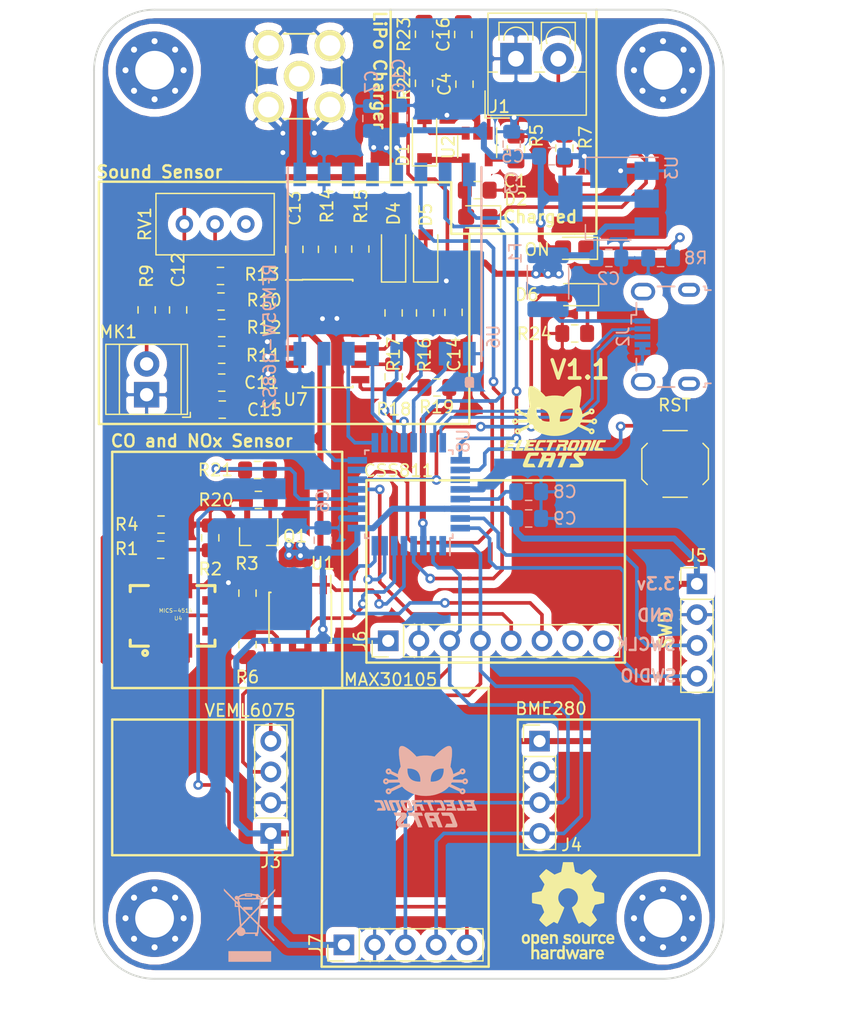
<source format=kicad_pcb>
(kicad_pcb (version 20221018) (generator pcbnew)
  (title_block (title "Smart Citizen") (date "2019-02-18") (rev "0.1v") (company "Electronic Cats") (comment 1 "Eduardo Contreras"))
  (layers (0 "F.Cu" signal) (31 "B.Cu" signal) (34 "B.Paste" user) (35 "F.Paste" user) (36 "B.SilkS" user "B.Silkscreen") (37 "F.SilkS" user "F.Silkscreen") (38 "B.Mask" user) (39 "F.Mask" user) (44 "Edge.Cuts" user))
  (net 0 "")
  (net 1 "Net-(AE1-Pad1)")
  (net 2 "GND")
  (net 3 "VCC")
  (net 4 "+3V3")
  (net 5 "/BATT")
  (net 6 "Net-(C8-Pad1)")
  (net 7 "Net-(C12-Pad1)")
  (net 8 "Net-(C12-Pad2)")
  (net 9 "Net-(C13-Pad2)")
  (net 10 "Net-(C13-Pad1)")
  (net 11 "Net-(C14-Pad2)")
  (net 12 "/BATTLEVEL")
  (net 13 "Net-(D2-Pad1)")
  (net 14 "Net-(D3-Pad1)")
  (net 15 "Net-(D4-Pad1)")
  (net 16 "Net-(D4-Pad2)")
  (net 17 "Net-(D5-Pad1)")
  (net 18 "Net-(F1-Pad1)")
  (net 19 "/D-")
  (net 20 "/D+")
  (net 21 "/SCL")
  (net 22 "/SDA")
  (net 23 "/SWDIO")
  (net 24 "/SWCLK")
  (net 25 "/WAKE")
  (net 26 "/INTCSS")
  (net 27 "Net-(J6-Pad8)")
  (net 28 "/INT")
  (net 29 "Net-(Q1-Pad1)")
  (net 30 "Net-(Q1-Pad3)")
  (net 31 "Net-(R1-Pad1)")
  (net 32 "/NO2")
  (net 33 "Net-(R4-Pad1)")
  (net 34 "Net-(R5-Pad1)")
  (net 35 "/CO2")
  (net 36 "Net-(R7-Pad1)")
  (net 37 "Net-(R10-Pad1)")
  (net 38 "Net-(R11-Pad2)")
  (net 39 "Net-(R18-Pad1)")
  (net 40 "Net-(R18-Pad2)")
  (net 41 "/PRE_HEALTING")
  (net 42 "Net-(RV1-Pad1)")
  (net 43 "Net-(SW1-Pad2)")
  (net 44 "/ADC_OX")
  (net 45 "/ADC_RED")
  (net 46 "/MISO")
  (net 47 "/MOSI")
  (net 48 "/SCK")
  (net 49 "/SS")
  (net 50 "/RFM_RST")
  (net 51 "/DIO5")
  (net 52 "Net-(U6-Pad11)")
  (net 53 "Net-(U6-Pad12)")
  (net 54 "/DIO0")
  (net 55 "/DIO1")
  (net 56 "/DIO2")
  (net 57 "Net-(U8-Pad15)")
  (net 58 "Net-(U8-Pad27)")
  (net 59 "Net-(D6-Pad1)")
  (net 60 "/LED_BUILTIN")
  (net 61 "/ENVOL")
  (net 62 "Net-(J6-Pad7)")
  (footprint "Button_Switch_SMD:SW_SPST_TL3342" (layer "F.Cu") (at 172 77.5 -90)
    (fp_text reference "SW1")
    (fp_text value "RST")
  )
  (footprint "LED_SMD:LED_0805_2012Metric_Castellated" (layer "F.Cu") (at 163.7 59.7 180)
    (fp_text reference "D3")
    (fp_text value "ON")
  )
  (footprint "Rf:AMPHENOL_901-144" (layer "F.Cu") (at 140.95 45.5 180)
    (fp_text reference "AE1")
    (fp_text value "Antenna_Shield")
  )
  (footprint "Connector_PinHeader_2.54mm:PinHeader_1x05_P2.54mm_Vertical" (layer "F.Cu") (at 144.64 117.2 90)
    (fp_text reference "J7")
    (fp_text value "MAX30105")
  )
  (footprint "Connector_PinHeader_2.54mm:PinHeader_1x08_P2.54mm_Vertical" (layer "F.Cu") (at 148.3 92.1 90)
    (fp_text reference "J6")
    (fp_text value "CSS811")
  )
  (footprint "MountingHole:MountingHole_3.2mm_M3_Pad_Via" (layer "F.Cu") (at 171 45)
    (fp_text reference "REF**")
    (fp_text value "MountingHole_3.2mm_M3_Pad_Via")
  )
  (footprint "MountingHole:MountingHole_3.2mm_M3_Pad_Via" (layer "F.Cu") (at 171 115)
    (fp_text reference "REF**")
    (fp_text value "MountingHole_3.2mm_M3_Pad_Via")
  )
  (footprint "Aesthetics:electronic_cats_logo_8x6" (layer "F.Cu") (at 162.052 74.422)
    (fp_text reference "G***" hide)
    (fp_text value "LOGO" hide)
  )
  (footprint "Symbols:OSHW-Logo_7.5x8mm_SilkScreen" (layer "F.Cu") (at 163.15 114.375)
    (fp_text reference "REF***" hide)
    (fp_text value "OSHW-Logo_7.5x8mm_SilkScreen" hide)
  )
  (footprint "Package_SO:SOIC-14_3.9x8.7mm_P1.27mm" (layer "F.Cu") (at 143.295 66.735)
    (fp_text reference "U7")
    (fp_text value "LM324")
  )
  (footprint "Resistor_SMD:R_0805_2012Metric_Pad1.15x1.40mm_HandSolder" (layer "F.Cu") (at 152.32 71.185)
    (fp_text reference "R19")
    (fp_text value "100")
  )
  (footprint "Resistor_SMD:R_0805_2012Metric_Pad1.15x1.40mm_HandSolder" (layer "F.Cu") (at 148.745 70.31 -90)
    (fp_text reference "R18")
    (fp_text value "1K")
  )
  (footprint "Resistor_SMD:R_0805_2012Metric_Pad1.15x1.40mm_HandSolder" (layer "F.Cu") (at 151.345 65.035 90)
    (fp_text reference "R16")
    (fp_text value "100")
  )
  (footprint "Resistor_SMD:R_0805_2012Metric_Pad1.15x1.40mm_HandSolder" (layer "F.Cu") (at 145.995 59.76 90)
    (fp_text reference "R15")
    (fp_text value "22K")
  )
  (footprint "Resistor_SMD:R_0805_2012Metric_Pad1.15x1.40mm_HandSolder" (layer "F.Cu") (at 143.245 59.785 90)
    (fp_text reference "R14")
    (fp_text value "10K")
  )
  (footprint "Resistor_SMD:R_0805_2012Metric_Pad1.15x1.40mm_HandSolder" (layer "F.Cu") (at 134.445 61.985 180)
    (fp_text reference "R13")
    (fp_text value "100K")
  )
  (footprint "Resistor_SMD:R_0805_2012Metric_Pad1.15x1.40mm_HandSolder" (layer "F.Cu") (at 134.545 66.285)
    (fp_text reference "R12")
    (fp_text value "10K")
  )
  (footprint "Resistor_SMD:R_0805_2012Metric_Pad1.15x1.40mm_HandSolder" (layer "F.Cu") (at 134.545 68.485)
    (fp_text reference "R11")
    (fp_text value "10K")
  )
  (footprint "Resistor_SMD:R_0805_2012Metric_Pad1.15x1.40mm_HandSolder" (layer "F.Cu") (at 134.488 64.0954 180)
    (fp_text reference "R10")
    (fp_text value "1K")
  )
  (footprint "Resistor_SMD:R_0805_2012Metric_Pad1.15x1.40mm_HandSolder" (layer "F.Cu") (at 128.345 64.785 -90)
    (fp_text reference "R9")
    (fp_text value "2.2K")
  )
  (footprint "TerminalBlock_TE-Connectivity:TerminalBlock_TE_282834-2_1x02_P2.54mm_Horizontal" (layer "F.Cu") (at 128.345 71.785 90)
    (fp_text reference "MK1")
    (fp_text value "Microphone")
  )
  (footprint "Diode_SMD:D_SOD-123" (layer "F.Cu") (at 151.395 60.235 90)
    (fp_text reference "D5")
    (fp_text value "RB751S40T1G")
  )
  (footprint "Diode_SMD:D_SOD-123" (layer "F.Cu") (at 148.745 60.235 90)
    (fp_text reference "D4")
    (fp_text value "RB751S40T1G")
  )
  (footprint "Capacitor_SMD:C_0805_2012Metric_Pad1.15x1.40mm_HandSolder" (layer "F.Cu") (at 134.59 73.015)
    (fp_text reference "C15")
    (fp_text value "0.1uf")
  )
  (footprint "Capacitor_SMD:C_0805_2012Metric_Pad1.15x1.40mm_HandSolder" (layer "F.Cu") (at 153.695 64.985 -90)
    (fp_text reference "C14")
    (fp_text value "10uF")
  )
  (footprint "Capacitor_SMD:C_0805_2012Metric_Pad1.15x1.40mm_HandSolder" (layer "F.Cu") (at 140.545 59.785 90)
    (fp_text reference "C13")
    (fp_text value "1uF")
  )
  (footprint "Capacitor_SMD:C_0805_2012Metric_Pad1.15x1.40mm_HandSolder" (layer "F.Cu") (at 130.945 64.785 90)
    (fp_text reference "C12")
    (fp_text value "10uF")
  )
  (footprint "Capacitor_SMD:C_0805_2012Metric_Pad1.15x1.40mm_HandSolder" (layer "F.Cu") (at 134.545 70.785)
    (fp_text reference "C11")
    (fp_text value "1uf")
  )
  (footprint "MICS4514:MICS_10-SMD" (layer "F.Cu") (at 130.49 90.04 180)
    (fp_text reference "U4")
    (fp_text value "MICS-4514")
  )
  (footprint "Package_SO:SOIC-8_3.9x4.9mm_P1.27mm" (layer "F.Cu") (at 141.03 90.18 -90)
    (fp_text reference "U1")
    (fp_text value "TLC2272")
  )
  (footprint "Resistor_SMD:R_0805_2012Metric_Pad1.15x1.40mm_HandSolder" (layer "F.Cu") (at 137.5 78)
    (fp_text reference "R21")
    (fp_text value "66.5")
  )
  (footprint "Resistor_SMD:R_0805_2012Metric_Pad1.15x1.40mm_HandSolder" (layer "F.Cu") (at 137.575 80.47)
    (fp_text reference "R20")
    (fp_text value "66.5k")
  )
  (footprint "Resistor_SMD:R_0805_2012Metric_Pad1.15x1.40mm_HandSolder" (layer "F.Cu") (at 136.675 92.415 -90)
    (fp_text reference "R6")
    (fp_text value "47k")
  )
  (footprint "Resistor_SMD:R_0805_2012Metric_Pad1.15x1.40mm_HandSolder" (layer "F.Cu") (at 129.535 82.505)
    (fp_text reference "R4")
    (fp_text value "30")
  )
  (footprint "Resistor_SMD:R_0805_2012Metric_Pad1.15x1.40mm_HandSolder" (layer "F.Cu") (at 136.675 88.165 90)
    (fp_text reference "R3")
    (fp_text value "269")
  )
  (footprint "Package_TO_SOT_SMD:SOT-23" (layer "F.Cu") (at 137.6 83.47 -90)
    (fp_text reference "Q1")
    (fp_text value "2N7002")
  )
  (footprint "Resistor_SMD:R_0805_2012Metric_Pad1.15x1.40mm_HandSolder" (layer "F.Cu") (at 148.745 65.035 -90)
    (fp_text reference "R17")
    (fp_text value "10K")
  )
  (footprint "Connector_PinHeader_2.54mm:PinHeader_1x04_P2.54mm_Vertical" (layer "F.Cu") (at 173.8 87.4)
    (fp_text reference "J5")
    (fp_text value "PROG")
  )
  (footprint "MountingHole:MountingHole_3.2mm_M3_Pad_Via" (layer "F.Cu") (at 129 45)
    (fp_text reference "REF**")
    (fp_text value "MountingHole_3.2mm_M3_Pad_Via")
  )
  (footprint "Package_TO_SOT_SMD:SOT-23-5" (layer "F.Cu") (at 155.65 51.3 -90)
    (fp_text reference "U2")
    (fp_text value "MCP73831")
  )
  (footprint "MountingHole:MountingHole_3.2mm_M3_Pad_Via" (layer "F.Cu") (at 129 115)
    (fp_text reference "REF**")
    (fp_text value "MountingHole_3.2mm_M3_Pad_Via")
  )
  (footprint "Resistor_SMD:R_0805_2012Metric_Pad1.15x1.40mm_HandSolder" (layer "F.Cu") (at 151.258995 42.027274 -90)
    (fp_text reference "R23")
    (fp_text value "330k")
  )
  (footprint "Resistor_SMD:R_0805_2012Metric_Pad1.15x1.40mm_HandSolder" (layer "F.Cu") (at 151.258995 46.075 -90)
    (fp_text reference "R22")
    (fp_text value "680k")
  )
  (footprint "Resistor_SMD:R_0805_2012Metric_Pad1.15x1.40mm_HandSolder" (layer "F.Cu") (at 162.85 51.425 -90)
    (fp_text reference "R7")
    (fp_text value "1k")
  )
  (footprint "TerminalBlock_4Ucon:TerminalBlock_4Ucon_1x02_P3.50mm_Vertical" (layer "F.Cu") (at 158.85 44.05)
    (fp_text reference "J1")
    (fp_text value "BATT")
  )
  (footprint "Diode_SMD:D_SOD-123" (layer "F.Cu") (at 151.3 50.65 90)
    (fp_text reference "D1")
    (fp_text value "D_Schottky")
  )
  (footprint "Capacitor_SMD:C_0805_2012Metric_Pad1.15x1.40mm_HandSolder" (layer "F.Cu") (at 154.5 42.05 90)
    (fp_text reference "C16")
    (fp_text value "0.1uf")
  )
  (footprint "Capacitor_SMD:C_0805_2012Metric_Pad1.15x1.40mm_HandSolder" (layer "F.Cu") (at 155.65 54.9)
    (fp_text reference "C1")
    (fp_text value "10uf")
  )
  (footprint "Capacitor_SMD:C_0805_2012Metric_Pad1.15x1.40mm_HandSolder" (layer "F.Cu") (at 154.6 46.15 90)
    (fp_text reference "C4")
    (fp_text value "10uf")
  )
  (footprint "Connector_PinHeader_2.54mm:PinHeader_1x04_P2.54mm_Vertical" (layer "F.Cu") (at 138.6 108 180)
    (fp_text reference "J3")
    (fp_text value "VEML6075")
  )
  (footprint "Connector_PinHeader_2.54mm:PinHeader_1x04_P2.54mm_Vertical" (layer "F.Cu") (at 160.8 100.38)
    (fp_text reference "J4")
    (fp_text value "BME280")
  )
  (footprint "Resistor_SMD:R_0805_2012Metric_Pad1.15x1.40mm_HandSolder" (layer "F.Cu") (at 158.85 51.5 90)
    (fp_text reference "R5")
    (fp_text value "10k")
  )
  (footprint "LED_SMD:LED_0805_2012Metric_Castellated" (layer "F.Cu") (at 155.7 57.1 180)
    (fp_text reference "D2")
    (fp_text value "CHARGE")
  )
  (footprint "Resistor_SMD:R_0805_2012Metric_Pad1.15x1.40mm_HandSolder" (layer "F.Cu") (at 129.51 84.58)
    (fp_text reference "R1")
    (fp_text value "30")
  )
  (footprint "Resistor_SMD:R_0805_2012Metric_Pad1.15x1.40mm_HandSolder" (layer "F.Cu") (at 133.6 83.6 90)
    (fp_text reference "R2")
    (fp_text value "36")
  )
  (footprint "Potentiometer_THT:Potentiometer_Bourns_3296W_Vertical" (layer "F.Cu") (at 136.54 57.7)
    (fp_text reference "RV1")
    (fp_text value "100K GAIN")
  )
  (footprint "LED_SMD:LED_0805_2012Metric_Castellated" (layer "F.Cu") (at 163.79714 63.52794 180)
    (fp_text reference "D6")
    (fp_text value "Builtin")
  )
  (footprint "Resistor_SMD:R_0805_2012Metric_Pad1.15x1.40mm_HandSolder" (layer "F.Cu") (at 163.703 66.73088 180)
    (fp_text reference "R24")
    (fp_text value "330")
  )
  (footprint "Package_QFP:TQFP-32_7x7mm_P0.8mm" (layer "B.Cu") (at 150 80 90)
    (fp_text reference "U8")
    (fp_text value "ATSAMD21E18A-MU")
  )
  (footprint "Capacitor_SMD:C_0805_2012Metric_Pad1.15x1.40mm_HandSolder" (layer "B.Cu") (at 159.9 82)
    (fp_text reference "C9")
    (fp_text value "0.1uf")
  )
  (footprint "Capacitor_SMD:C_0805_2012Metric_Pad1.15x1.40mm_HandSolder" (layer "B.Cu") (at 159.9 79.8)
    (fp_text reference "C8")
    (fp_text value "1uf")
  )
  (footprint "Capacitor_SMD:C_0805_2012Metric_Pad1.15x1.40mm_HandSolder" (layer "B.Cu") (at 142.9 83.8 90)
    (fp_text reference "C6")
    (fp_text value "0.1uf")
  )
  (footprint "Capacitor_SMD:C_0805_2012Metric_Pad1.15x1.40mm_HandSolder" (layer "B.Cu") (at 161.8 52.1)
    (fp_text reference "C5")
    (fp_text value "10uf")
  )
  (footprint "Capacitor_SMD:C_0805_2012Metric_Pad1.15x1.40mm_HandSolder" (layer "B.Cu") (at 146.914126 48.981714 90)
    (fp_text reference "C7")
    (fp_text value "0.1uf")
  )
  (footprint "Capacitor_SMD:C_0805_2012Metric_Pad1.15x1.40mm_HandSolder" (layer "B.Cu") (at 149.164126 48.931714 90)
    (fp_text reference "C10")
    (fp_text value "1uf")
  )
  (footprint "Capacitor_SMD:C_0805_2012Metric_Pad1.15x1.40mm_HandSolder" (layer "B.Cu") (at 166.525 60.5)
    (fp_text reference "C2")
    (fp_text value "10uf")
  )
  (footprint "Package_TO_SOT_SMD:SOT-223-3_TabPin2" (layer "B.Cu") (at 166.5 55.6 180)
    (fp_text reference "U3")
    (fp_text value "AP2114")
  )
  (footprint "Symbols:WEEE-Logo_4.2x6mm_SilkScreen" (layer "B.Cu") (at 136.85 115.575 180)
    (fp_text reference "REF***" hide)
    (fp_text value "WEEE-Logo_4.2x6mm_SilkScreen" hide)
  )
  (footprint "Fuse:Fuse_1812_4532Metric_Pad1.30x3.40mm_HandSolder" (layer "B.Cu") (at 161.5 62.5 90)
    (fp_text reference "F1")
    (fp_text value "Fuse")
  )
  (footprint "Aesthetics:electronic_cats_logo_8x6" (layer "B.Cu") (at 151.384 104.14 180)
    (fp_text reference "G***" hide)
    (fp_text value "LOGO" hide)
  )
  (footprint "Connector_USB:USB_Micro-B_Wuerth_629105150521" (layer "B.Cu") (at 171.2 67 -90)
    (fp_text reference "J2")
    (fp_text value "USB_B_Micro")
  )
  (footprint "Rf:RFM95W" (layer "B.Cu") (at 148 61 90)
    (fp_text reference "U6")
    (fp_text value "RFM95W-868S2")
  )
  (footprint "Capacitor_SMD:C_0805_2012Metric_Pad1.15x1.40mm_HandSolder" (layer "B.Cu") (at 158.5 51.1 90)
    (fp_text reference "C3")
    (fp_text value "0.1uf")
  )
  (footprint "Resistor_SMD:R_0805_2012Metric_Pad1.15x1.40mm_HandSolder" (layer "B.Cu") (at 170.8 60.5 180)
    (fp_text reference "R8")
    (fp_text value "330")
  )
  (gr_line (start 165.5 58.5) (end 153.5 58.5) (stroke (width 0.2)) (layer "F.SilkS"))
  (gr_line (start 165.5 40) (end 165.5 58.5) (stroke (width 0.2)) (layer "F.SilkS"))
  (gr_line (start 125.5 109.8) (end 140.4 109.8) (stroke (width 0.2)) (layer "F.SilkS"))
  (gr_line (start 167.85 93.9) (end 167.85 78.85) (stroke (width 0.2)) (layer "F.SilkS"))
  (gr_line (start 167.85 93.9) (end 146.5 93.9) (stroke (width 0.2)) (layer "F.SilkS"))
  (gr_line (start 142.8 119) (end 156.6 119) (stroke (width 0.2)) (layer "F.SilkS"))
  (gr_line (start 140.4 109.8) (end 140.4 98.6) (stroke (width 0.2)) (layer "F.SilkS"))
  (gr_line (start 156.6 96) (end 142.9 96) (stroke (width 0.2)) (layer "F.SilkS"))
  (gr_line (start 154.4 74.2) (end 124.4 74.2) (stroke (width 0.2)) (layer "F.SilkS"))
  (gr_line (start 153.5 58.5) (end 153.5 54.25) (stroke (width 0.2)) (layer "F.SilkS"))
  (gr_line (start 154.4 74.2) (end 154.9 74.2) (stroke (width 0.2)) (layer "F.SilkS"))
  (gr_line (start 156.6 119) (end 156.6 96) (stroke (width 0.2)) (layer "F.SilkS"))
  (gr_line (start 174 98.6) (end 174 109.8) (stroke (width 0.2)) (layer "F.SilkS"))
  (gr_line (start 125.5 76.5) (end 144.5 76.5) (stroke (width 0.2)) (layer "F.SilkS"))
  (gr_line (start 124.4 54.2) (end 153.5 54.25) (stroke (width 0.2)) (layer "F.SilkS"))
  (gr_line (start 124.4 74.2) (end 124.4 54.2) (stroke (width 0.2)) (layer "F.SilkS"))
  (gr_line (start 144.5 76.5) (end 144.5 96) (stroke (width 0.2)) (layer "F.SilkS"))
  (gr_line (start 167.85 78.85) (end 146.5 78.85) (stroke (width 0.2)) (layer "F.SilkS"))
  (gr_line (start 159 109.8) (end 159 98.6) (stroke (width 0.2)) (layer "F.SilkS"))
  (gr_line (start 144.5 96) (end 125.5 96) (stroke (width 0.2)) (layer "F.SilkS"))
  (gr_line (start 140.4 98.6) (end 125.5 98.6) (stroke (width 0.2)) (layer "F.SilkS"))
  (gr_line (start 154.9 74.2) (end 155 74.2) (stroke (width 0.2)) (layer "F.SilkS"))
  (gr_line (start 174 109.8) (end 159 109.8) (stroke (width 0.2)) (layer "F.SilkS"))
  (gr_line (start 125.5 96) (end 125.5 76.5) (stroke (width 0.2)) (layer "F.SilkS"))
  (gr_line (start 142.8 119) (end 142.9 96) (stroke (width 0.2)) (layer "F.SilkS"))
  (gr_line (start 155 74.2) (end 155 58.5) (stroke (width 0.2)) (layer "F.SilkS"))
  (gr_line (start 159 98.6) (end 174 98.6) (stroke (width 0.2)) (layer "F.SilkS"))
  (gr_line (start 148.5 54.25) (end 148.5 40) (stroke (width 0.2)) (layer "F.SilkS"))
  (gr_line (start 146.5 93.9) (end 146.5 78.85) (stroke (width 0.2)) (layer "F.SilkS"))
  (gr_line (start 125.5 98.6) (end 125.5 109.8) (stroke (width 0.2)) (layer "F.SilkS"))
  (gr_arc (start 176 115) (mid 174.535534 118.535534) (end 171 120) (stroke (width 0.15)) (layer "Edge.Cuts"))
  (gr_line (start 124 45) (end 124 115) (stroke (width 0.15)) (layer "Edge.Cuts"))
  (gr_arc (start 129 120) (mid 125.464466 118.535534) (end 124 115) (stroke (width 0.15)) (layer "Edge.Cuts"))
  (gr_line (start 171 40) (end 129 40) (stroke (width 0.15)) (layer "Edge.Cuts"))
  (gr_arc (start 171 40) (mid 174.535534 41.464466) (end 176 45) (stroke (width 0.15)) (layer "Edge.Cuts"))
  (gr_line (start 129 120) (end 171 120) (stroke (width 0.15)) (layer "Edge.Cuts"))
  (gr_line (start 176 115) (end 176 45) (stroke (width 0.15)) (layer "Edge.Cuts"))
  (gr_arc (start 124 45) (mid 125.464466 41.464466) (end 129 40) (stroke (width 0.15)) (layer "Edge.Cuts"))
  (gr_text "SWCLK\n" (at 169.6 92.4) (layer "B.SilkS") (effects (font (size 1 1) (thickness 0.2)) (justify mirror)))
  (gr_text "SWDIO" (at 169.8 95) (layer "B.SilkS") (effects (font (size 1 1) (thickness 0.2)) (justify mirror)))
  (gr_text "GND" (at 170.4 90) (layer "B.SilkS") (effects (font (size 1 1) (thickness 0.2)) (justify mirror)))
  (gr_text "3.3v" (at 170.4 87.4) (layer "B.SilkS") (effects (font (size 1 1) (thickness 0.2)) (justify mirror)))
  (gr_text "Sound Sensor\n" (at 129.4 53.4) (layer "F.SilkS") (effects (font (size 1 1) (thickness 0.2))))
  (gr_text "SWD\n" (at 171.2 91.2 90) (layer "F.SilkS") (effects (font (size 1 1) (thickness 0.2))))
  (gr_text "CO and NOx Sensor" (at 132.9 75.6) (layer "F.SilkS") (effects (font (size 1 1) (thickness 0.2))))
  (gr_text "Charged" (at 160.85 57.1) (layer "F.SilkS") (effects (font (size 1 1) (thickness 0.2))))
  (gr_text "V1.1" (at 164.13226 69.72554) (layer "F.SilkS") (effects (font (size 1.5 1.5) (thickness 0.3))))
  (gr_text "LiPo Charger" (at 147.6 45 270) (layer "F.SilkS") (effects (font (size 1 1) (thickness 0.2))))
  (segment (start 141 45.55) (end 140.95 45.5) (width 0.5) (layer "B.Cu") (net 1))
  (segment (start 141 53.6) (end 141 45.55) (width 0.5) (layer "B.Cu") (net 1))
  (segment (start 158.85 50.475) (end 158.85 49.05) (width 0.5) (layer "F.Cu") (net 2))
  (segment (start 138.31 67.41) (end 138.31 68.61) (width 0.5) (layer "F.Cu") (net 2))
  (segment (start 144.095 66.735) (end 142.87 65.51) (width 0.5) (layer "F.Cu") (net 2))
  (segment (start 145.995 65.465) (end 144.085 65.465) (width 0.5) (layer "F.Cu") (net 2))
  (segment (start 155.65 49.17) (end 155.19 48.71) (width 0.5) (layer "F.Cu") (net 2))
  (segment (start 132.8 66.33) (end 132.8 66.6) (width 0.5) (layer "F.Cu") (net 2))
  (segment (start 137.015 87.48) (end 136.675 87.14) (width 0.5) (layer "F.Cu") (net 2))
  (segment (start 135.26 87.14) (end 135.1 87.3) (width 0.5) (layer "F.Cu") (net 2))
  (segment (start 142.2 50.2) (end 142.2 51.8) (width 0.5) (layer "F.Cu") (net 2))
  (segment (start 139.125 87.48) (end 137.015 87.48) (width 0.5) (layer "F.Cu") (net 2))
  (segment (start 130.6 82.545) (end 130.56 82.505) (width 0.5) (layer "F.Cu") (net 2))
  (segment (start 153.695 62.985) (end 153.1 62.39) (width 0.5) (layer "F.Cu") (net 2))
  (segment (start 155.65 50.2) (end 155.65 49.17) (width 0.5) (layer "F.Cu") (net 2))
  (segment (start 130.56 82.505) (end 133.53 82.505) (width 0.5) (layer "F.Cu") (net 2))
  (segment (start 144.085 65.465) (end 144.06 65.49) (width 0.5) (layer "F.Cu") (net 2))
  (segment (start 146.03 65.5) (end 145.995 65.465) (width 0.5) (layer "F.Cu") (net 2))
  (segment (start 133.52 66.285) (end 132.845 66.285) (width 0.5) (layer "F.Cu") (net 2))
  (segment (start 136.65 80.57) (end 136.55 80.47) (width 0.5) (layer "F.Cu") (net 2))
  (segment (start 132.845 66.285) (end 132.8 66.33) (width 0.5) (layer "F.Cu") (net 2))
  (segment (start 138.31 68.61) (end 138.33 68.63) (width 0.5) (layer "F.Cu") (net 2))
  (segment (start 145.995 66.735) (end 144.095 66.735) (width 0.5) (layer "F.Cu") (net 2))
  (segment (start 133.6 82.575) (end 136.545 82.575) (width 0.5) (layer "F.Cu") (net 2))
  (segment (start 158.85 49.05) (end 158.7 48.9) (width 0.5) (layer "F.Cu") (net 2))
  (segment (start 153.695 63.96) (end 153.695 62.985) (width 0.5) (layer "F.Cu") (net 2))
  (segment (start 146.03 65.9) (end 146.03 65.5) (width 0.5) (layer "F.Cu") (net 2))
  (segment (start 155.19 48.71) (end 153.15 48.71) (width 0.5) (layer "F.Cu") (net 2))
  (segment (start 148.745 64.01) (end 147.29 65.465) (width 0.5) (layer "F.Cu") (net 2))
  (segment (start 155.65 50.2) (end 155.65 48.75) (width 0.5) (layer "F.Cu") (net 2))
  (segment (start 132.8 66.6) (end 131.8 67.6) (width 0.5) (layer "F.Cu") (net 2))
  (segment (start 147.29 65.465) (end 145.995 65.465) (width 0.5) (layer "F.Cu") (net 2))
  (segment (start 136.675 87.14) (end 135.26 87.14) (width 0.5) (layer "F.Cu") (net 2))
  (segment (start 133.53 82.505) (end 133.6 82.575) (width 0.5) (layer "F.Cu") (net 2))
  (segment (start 145.995 66.735) (end 145.995 65.935) (width 0.5) (layer "F.Cu") (net 2))
  (segment (start 136.545 82.575) (end 136.65 82.47) (width 0.5) (layer "F.Cu") (net 2))
  (segment (start 136.65 82.47) (end 136.65 80.57) (width 0.5) (layer "F.Cu") (net 2))
  (segment (start 139.6 50.2) (end 139.6 51.8) (width 0.5) (layer "F.Cu") (net 2))
  (segment (start 145.995 65.935) (end 146.03 65.9) (width 0.5) (layer "F.Cu") (net 2))
  (via (at 167.5 53.3) (size 0.8) (drill 0.4) (layers "F.Cu" "B.Cu") (net 2))
  (via (at 142.87 65.51) (size 0.8) (drill 0.4) (layers "F.Cu" "B.Cu") (net 2))
  (via (at 135.1 87.3) (size 0.8) (drill 0.4) (layers "F.Cu" "B.Cu") (net 2))
  (via (at 138.36 70.06) (size 0.8) (drill 0.4) (layers "F.Cu" "B.Cu") (net 2))
  (via (at 138.31 67.41) (size 0.8) (drill 0.4) (layers "F.Cu" "B.Cu") (net 2))
  (via (at 142.2 51.8) (size 0.8) (drill 0.4) (layers "F.Cu" "B.Cu") (net 2))
  (via (at 142.2 50.2) (size 0.8) (drill 0.4) (layers "F.Cu" "B.Cu") (net 2))
  (via (at 138.33 68.63) (size 0.8) (drill 0.4) (layers "F.Cu" "B.Cu") (net 2))
  (via (at 139.6 50.2) (size 0.8) (drill 0.4) (layers "F.Cu" "B.Cu") (net 2))
  (via (at 164.5 52.1) (size 0.8) (drill 0.4) (layers "F.Cu" "B.Cu") (net 2))
  (via (at 153.15 48.71) (size 0.8) (drill 0.4) (layers "F.Cu" "B.Cu") (net 2))
  (via (at 139.6 51.8) (size 0.8) (drill 0.4) (layers "F.Cu" "B.Cu") (net 2))
  (via (at 144.06 65.49) (size 0.8) (drill 0.4) (layers "F.Cu" "B.Cu") (net 2))
  (via (at 158.7 48.9) (size 0.8) (drill 0.4) (layers "F.Cu" "B.Cu") (net 2))
  (via (at 153.1 62.39) (size 0.8) (drill 0.4) (layers "F.Cu" "B.Cu") (net 2))
  (segment (start 162.825 52.1) (end 164.5 52.1) (width 0.5) (layer "B.Cu") (net 2))
  (segment (start 139.3 68.4) (end 138.31 67.41) (width 0.5) (layer "B.Cu") (net 2))
  (segment (start 158.7 49.875) (end 158.5 50.075) (width 0.5) (layer "B.Cu") (net 2))
  (segment (start 145.75 82) (end 144.45 82) (width 0.5) (layer "B.Cu") (net 2))
  (segment (start 141 68.4) (end 139.3 68.4) (width 0.5) (layer "B.Cu") (net 2))
  (segment (start 143.49 48.04) (end 143.49 48.91) (width 0.5) (layer "B.Cu") (net 2))
  (segment (start 138.41 49.01) (end 139.6 50.2) (width 0.5) (layer "B.Cu") (net 2))
  (segment (start 143.49 48.91) (end 142.2 50.2) (width 0.5) (layer "B.Cu") (net 2))
  (segment (start 138.41 48.04) (end 138.41 49.01) (width 0.5) (layer "B.Cu") (net 2))
  (segment (start 138.33 70.03) (end 138.36 70.06) (width 0.5) (layer "B.Cu") (net 2))
  (segment (start 138.33 68.63) (end 138.33 70.03) (width 0.5) (layer "B.Cu") (net 2))
  (segment (start 154.25 79.6) (end 156.1 79.6) (width 0.5) (layer "B.Cu") (net 2))
  (segment (start 169.65 53.3) (end 167.5 53.3) (width 0.5) (layer "B.Cu") (net 2))
  (segment (start 158.7 48.9) (end 158.7 49.875) (width 0.5) (layer "B.Cu") (net 2))
  (segment (start 169.3 68.3) (end 169.3 67.725001) (width 0.5) (layer "B.Cu") (net 2))
  (segment (start 144.4 81.95) (end 144.45 82) (width 0.5) (layer "B.Cu") (net 2))
  (segment (start 155.8 60.875) (end 156.275 60.875) (width 0.5) (layer "F.Cu") (net 3))
  (segment (start 154.625 54.9) (end 154.625 56.9875) (width 0.5) (layer "F.Cu") (net 3))
  (segment (start 154.7 52.4) (end 151.4 52.4) (width 0.5) (layer "F.Cu") (net 3))
  (segment (start 157.2 61.8) (end 162.4 61.8) (width 0.5) (layer "F.Cu") (net 3))
  (segment (start 151.4 52.4) (end 151.3 52.3) (width 0.5) (layer "F.Cu") (net 3))
  (segment (start 154.7375 57.1) (end 154.7375 60.3375) (width 0.5) (layer "F.Cu") (net 3))
  (segment (start 162.4 61.8) (end 160.5 61.8) (width 0.5) (layer "F.Cu") (net 3))
  (segment (start 154.625 54.9) (end 154.625 52.475) (width 0.5) (layer "F.Cu") (net 3))
  (segment (start 154.625 56.9875) (end 154.7375 57.1) (width 0.5) (layer "F.Cu") (net 3))
  (segment (start 155.275 60.875) (end 155.8 60.875) (width 0.5) (layer "F.Cu") (net 3))
  (segment (start 156.275 60.875) (end 157.2 61.8) (width 0.5) (layer "F.Cu") (net 3))
  (segment (start 154.7375 60.3375) (end 155.275 60.875) (width 0.5) (layer "F.Cu") (net 3))
  (segment (start 154.625 52.475) (end 154.7 52.4) (width 0.5) (layer "F.Cu") (net 3))
  (via (at 162.4 61.8) (size 0.8) (drill 0.4) (layers "F.Cu" "B.Cu") (net 3))
  (via (at 161.5 61.8) (size 0.8) (drill 0.4) (layers "F.Cu" "B.Cu") (net 3))
  (via (at 160.5 61.8) (size 0.8) (drill 0.4) (layers "F.Cu" "B.Cu") (net 3))
  (segment (start 161.5 60.275) (end 165.275 60.275) (width 0.5) (layer "B.Cu") (net 3))
  (segment (start 161.365685 61.1) (end 161.2 61.1) (width 0.5) (layer "B.Cu") (net 3))
  (segment (start 160.6 61.8) (end 160.85 61.55) (width 0.3) (layer "B.Cu") (net 3))
  (segment (start 161.5 61.8) (end 161.275 61.8) (width 0.3) (layer "B.Cu") (net 3))
  (segment (start 160.5 61.8) (end 161.2 61.1) (width 0.5) (layer "B.Cu") (net 3))
  (segment (start 169.65 57.9) (end 166.3 57.9) (width 0.5) (layer "B.Cu") (net 3))
  (segment (start 161.899999 60.675001) (end 161.9 60.675) (width 0.5) (layer "B.Cu") (net 3))
  (segment (start 161.025 61.55) (end 160.85 61.55) (width 0.3) (layer "B.Cu") (net 3))
  (segment (start 162.1 61.5) (end 162.4 61.8) (width 0.3) (layer "B.Cu") (net 3))
  (segment (start 161.5 61.8) (end 161.5 61.234315) (width 0.5) (layer "B.Cu") (net 3))
  (segment (start 161.5 61.025) (end 161.5 60.275) (width 0.5) (layer "B.Cu") (net 3))
  (segment (start 161.9 60.675) (end 161.5 60.275) (width 0.5) (layer "B.Cu") (net 3))
  (segment (start 161.5 61.234315) (end 161.365685 61.1) (width 0.5) (layer "B.Cu") (net 3))
  (segment (start 161.275 61.8) (end 161.025 61.55) (width 0.3) (layer "B.Cu") (net 3))
  (segment (start 162.4 61.8) (end 162.4 61.175) (width 0.5) (layer "B.Cu") (net 3))
  (segment (start 162.4 61.8) (end 162 61.4) (width 0.5) (layer "B.Cu") (net 3))
  (segment (start 160.5 61.8) (end 160.5 61.275) (width 0.5) (layer "B.Cu") (net 3))
  (segment (start 160.5 61.8) (end 160.5 61.5) (width 0.3) (layer "B.Cu") (net 3))
  (segment (start 162.4 61.8) (end 161.5 61.8) (width 0.5) (layer "B.Cu") (net 3))
  (segment (start 161.5 61.8) (end 161.5 60.275) (width 0.3) (layer "B.Cu") (net 3))
  (segment (start 162.4 61.175) (end 161.9 60.675) (width 0.5) (layer "B.Cu") (net 3))
  (segment (start 165.275 60.275) (end 165.5 60.5) (width 0.5) (layer "B.Cu") (net 3))
  (segment (start 160.5 61.8) (end 160.6 61.8) (width 0.3) (layer "B.Cu") (net 3))
  (segment (start 160.85 61.55) (end 160.999999 61.400001) (width 0.3) (layer "B.Cu") (net 3))
  (segment (start 161.899999 61.400001) (end 161.899999 60.675001) (width 0.5) (layer "B.Cu") (net 3))
  (segment (start 165.5 60.5) (end 165.5 58.7) (width 0.5) (layer "B.Cu") (net 3))
  (segment (start 165.5 58.7) (end 166.3 57.9) (width 0.5) (layer "B.Cu") (net 3))
  (segment (start 161.5 61.8) (end 161.899999 61.400001) (width 0.5) (layer "B.Cu") (net 3))
  (segment (start 160.5 61.275) (end 161.5 60.275) (width 0.5) (layer "B.Cu") (net 3))
  (segment (start 140.15 85.075) (end 140.1 85.025) (width 0.5) (layer "F.Cu") (net 4))
  (segment (start 141.05 84.2) (end 141.475 84.625) (width 0.5) (layer "F.Cu") (net 4))
  (segment (start 129.725 53.825) (end 128.345 55.205) (width 0.5) (layer "F.Cu") (net 4))
  (segment (start 147.109315 50.8) (end 148.965685 50.8) (width 0.5) (layer "F.Cu") (net 4))
  (segment (start 149.6 106.7) (end 149.6 101.43) (width 0.5) (layer "F.Cu") (net 4))
  (segment (start 126.8 75.4) (end 125.8 74.4) (width 0.5) (layer "F.Cu") (net 4))
  (segment (start 140.975 85.075) (end 140.1 84.2) (width 0.5) (layer "F.Cu") (net 4))
  (segment (start 147.5 51.949998) (end 147.799998 51.949998) (width 0.5) (layer "F.Cu") (net 4))
  (segment (start 170.9 99.15) (end 169.67 100.38) (width 0.5) (layer "F.Cu") (net 4))
  (segment (start 148.45 51.85) (end 148.55 51.85) (width 0.5) (layer "F.Cu") (net 4))
  (segment (start 162.7375 59.7) (end 161.6 59.7) (width 0.5) (layer "F.Cu") (net 4))
  (segment (start 126.64 63.76) (end 128.345 63.76) (width 0.5) (layer "F.Cu") (net 4))
  (segment (start 148.59 51.06) (end 147.91 51.06) (width 0.5) (layer "F.Cu") (net 4))
  (segment (start 150.65 100.38) (end 160.8 100.38) (width 0.5) (layer "F.Cu") (net 4))
  (segment (start 140.8 85.775) (end 140.125 85.775) (width 0.5) (layer "F.Cu") (net 4))
  (segment (start 147.1 51.375) (end 147.1 52.3) (width 0.5) (layer "F.Cu") (net 4))
  (segment (start 129.22 87.59) (end 127.65 87.59) (width 0.5) (layer "F.Cu") (net 4))
  (segment (start 142.7 73.375) (end 142.7 67.59) (width 0.5) (layer "F.Cu") (net 4))
  (segment (start 141.05 85.075) (end 141.05 85.75) (width 0.5) (layer "F.Cu") (net 4))
  (segment (start 133.565 75.365) (end 133.6 75.4) (width 0.5) (layer "F.Cu") (net 4))
  (segment (start 141.05 85.075) (end 140.15 85.075) (width 0.5) (layer "F.Cu") (net 4))
  (segment (start 141.05 84.2) (end 140.1 84.2) (width 0.5) (layer "F.Cu") (net 4))
  (segment (start 141.425 85.775) (end 141.075 85.775) (width 0.5) (layer "F.Cu") (net 4))
  (segment (start 142.7 75.85) (end 142.25 75.4) (width 0.5) (layer "F.Cu") (net 4))
  (segment (start 141.05 85.075) (end 141.05 84.2) (width 0.5) (layer "F.Cu") (net 4))
  (segment (start 139.85 85.775) (end 139.700001 85.625001) (width 0.5) (layer "F.Cu") (net 4))
  (segment (start 140.1 85.025) (end 140.225 85.025) (width 0.5) (layer "F.Cu") (net 4))
  (segment (start 148.125 51.375) (end 148.15 51.4) (width 0.5) (layer "F.Cu") (net 4))
  (segment (start 142.7 76.4) (end 142.7 84.75) (width 0.5) (layer "F.Cu") (net 4))
  (segment (start 133.1 75.4) (end 133.1 75.365) (width 0.5) (layer "F.Cu") (net 4))
  (segment (start 130.49 87.59) (end 129.22 87.59) (width 0.5) (layer "F.Cu") (net 4))
  (segment (start 140.85 85.775) (end 140.1 85.025) (width 0.5) (layer "F.Cu") (net 4))
  (segment (start 170.9 88.95) (end 170.9 99.15) (width 0.5) (layer "F.Cu") (net 4))
  (segment (start 148 52.3) (end 148.45 51.85) (width 0.5) (layer "F.Cu") (net 4))
  (segment (start 147.91 51.06) (end 147.51 51.06) (width 0.5) (layer "F.Cu") (net 4))
  (segment (start 147.1 51.375) (end 147.1 50.809315) (width 0.5) (layer "F.Cu") (net 4))
  (segment (start 139.5 85.775) (end 139.5 84.8) (width 0.5) (layer "F.Cu") (net 4))
  (segment (start 146.7 53.825) (end 129.725 53.825) (width 0.5) (layer "F.Cu") (net 4))
  (segment (start 141.075 85.775) (end 140.85 85.775) (width 0.5) (layer "F.Cu") (net 4))
  (segment (start 149 50.834315) (end 149 51.4) (width 0.5) (layer "F.Cu") (net 4))
  (segment (start 142.935 91.185) (end 142.9 91.15) (width 0.5) (layer "F.Cu") (net 4))
  (segment (start 160.9 59) (end 160.9 57.6) (width 0.5) (layer "F.Cu") (net 4))
  (segment (start 125.8 74.4) (end 125.8 64.6) (width 0.5) (layer "F.Cu") (net 4))
  (segment (start 147.899996 51.85) (end 148.45 51.85) (width 0.5) (layer "F.Cu") (net 4))
  (segment (start 140.125 85.775) (end 140.35 85.775) (width 0.5) (layer "F.Cu") (net 4))
  (segment (start 141.475 84.625) (end 141.475 85.725) (width 0.5) (layer "F.Cu") (net 4))
  (segment (start 147.1 52.65) (end 147.1 53.425) (width 0.5) (layer "F.Cu") (net 4))
  (segment (start 148.35 52.65) (end 147.1 52.65) (width 0.5) (layer "F.Cu") (net 4))
  (segment (start 147.1 52.3) (end 147.1 52.65) (width 0.5) (layer "F.Cu") (net 4))
  (segment (start 134.3 75.4) (end 134.065 75.4) (width 0.5) (layer "F.Cu") (net 4))
  (segment (start 147.799998 51.949998) (end 147.899996 51.85) (width 0.5) (layer "F.Cu") (net 4))
  (segment (start 139.700001 85.625001) (end 139.700001 85.424999) (width 0.5) (layer "F.Cu") (net 4))
  (segment (start 140.225 85.025) (end 141.05 84.2) (width 0.5) (layer "F.Cu") (net 4))
  (segment (start 141.05 85.75) (end 141.075 85.775) (width 0.5) (layer "F.Cu") (net 4))
  (segment (start 127.04 87.92) (end 127.37 87.59) (width 0.5) (layer "F.Cu") (net 4))
  (segment (start 139.700001 85.424999) (end 140.1 85.025) (width 0.5) (layer "F.Cu") (net 4))
  (segment (start 169.67 100.38) (end 160.12 100.38) (width 0.5) (layer "F.Cu") (net 4))
  (segment (start 125.8 64.6) (end 126.64 63.76) (width 0.5) (layer "F.Cu") (net 4))
  (segment (start 142.7 67.59) (end 141.845 66.735) (width 0.5) (layer "F.Cu") (net 4))
  (segment (start 147.275 51.375) (end 147.3 51.4) (width 0.5) (layer "F.Cu") (net 4))
  (segment (start 148.3 108) (end 149.6 106.7) (width 0.5) (layer "F.Cu") (net 4))
  (segment (start 149 51.4) (end 149 52) (width 0.5) (layer "F.Cu") (net 4))
  (segment (start 148.965685 50.8) (end 149 50.834315) (width 0.5) (layer "F.Cu") (net 4))
  (segment (start 140.125 85.775) (end 139.85 85.775) (width 0.5) (layer "F.Cu") (net 4))
  (segment (start 133.1 75.365) (end 133.565 74.9) (width 0.5) (layer "F.Cu") (net 4))
  (segment (start 142.935 92.88) (end 142.935 91.185) (width 0.5) (layer "F.Cu") (net 4))
  (segment (start 134.3 75.4) (end 133.6 75.4) (width 0.5) (layer "F.Cu") (net 4))
  (segment (start 149 52) (end 148.35 52.65) (width 0.5) (layer "F.Cu") (net 4))
  (segment (start 141.675 85.775) (end 141.425 85.775) (width 0.5) (layer "F.Cu") (net 4))
  (segment (start 140.1 85.025) (end 140.1 85.75) (width 0.5) (layer "F.Cu") (net 4))
  (segment (start 134.3 75.4) (end 142.25 75.4) (width 0.5) (layer "F.Cu") (net 4))
  (segment (start 128.345 55.205) (end 128.345 63.76) (width 0.5) (layer "F.Cu") (net 4))
  (segment (start 133.6 75.4) (end 133.1 75.4) (width 0.5) (layer "F.Cu") (net 4))
  (segment (start 133.52 72.97) (end 133.565 73.015) (width 0.5) (layer "F.Cu") (net 4))
  (segment (start 161.6 59.7) (end 160.9 59) (width 0.5) (layer "F.Cu") (net 4))
  (segment (start 147.91 51.06) (end 147.9 51.05) (width 0.5) (layer "F.Cu") (net 4))
  (segment (start 140.35 85.775) (end 141.05 85.075) (width 0.5) (layer "F.Cu") (net 4))
  (segment (start 141.845 66.735) (end 140.595 66.735) (width 0.5) (layer "F.Cu") (net 4))
  (segment (start 140.1 85.75) (end 140.125 85.775) (width 0.5) (layer "F.Cu") (net 4))
  (segment (start 142.7 76.4) (end 142.7 75.85) (width 0.5) (layer "F.Cu") (net 4))
  (segment (start 173.8 87.4) (end 172.45 87.4) (width 0.5) (layer "F.Cu") (net 4))
  (segment (start 147.1 50.809315) (end 147.109315 50.8) (width 0.5) (layer "F.Cu") (net 4))
  (segment (start 142.25 75.4) (end 142.7 74.95) (width 0.5) (layer "F.Cu") (net 4))
  (segment (start 147.499999 51.774999) (end 147.674999 51.774999) (width 0.5) (layer "F.Cu") (net 4))
  (segment (start 147.674999 51.774999) (end 147.5 51.949998) (width 0.5) (layer "F.Cu") (net 4))
  (segment (start 147.1 51.375) (end 147.275 51.375) (width 0.5) (layer "F.Cu") (net 4))
  (segment (start 142.7 74.95) (end 142.7 73.375) (width 0.5) (layer "F.Cu") (net 4))
  (segment (start 127.37 87.59) (end 127.65 87.59) (width 0.5) (layer "F.Cu") (net 4))
  (segment (start 147.3 51.4) (end 148.25 51.4) (width 0.5) (layer "F.Cu") (net 4))
  (segment (start 142.7 84.75) (end 141.675 85.775) (width 0.5) (layer "F.Cu") (net 4))
  (segment (start 147.1 53.425) (end 146.7 53.825) (width 0.5) (layer "F.Cu") (net 4))
  (segment (start 172.45 87.4) (end 170.9 88.95) (width 0.5) (layer "F.Cu") (net 4))
  (segment (start 147.1 51.375) (end 148.125 51.375) (width 0.5) (layer "F.Cu") (net 4))
  (segment (start 149 51.4) (end 148.93 51.4) (width 0.5) (layer "F.Cu") (net 4))
  (segment (start 141.475 85.725) (end 141.425 85.775) (width 0.5) (layer "F.Cu") (net 4))
  (segment (start 149.6 101.43) (end 150.65 100.38) (width 0.5) (layer "F.Cu") (net 4))
  (segment (start 148.55 51.85) (end 149 51.4) (width 0.5) (layer "F.Cu") (net 4))
  (segment (start 148.93 51.4) (end 148.59 51.06) (width 0.5) (layer "F.Cu") (net 4))
  (segment (start 141.075 85.775) (end 140.8 85.775) (width 0.5) (layer "F.Cu") (net 4))
  (segment (start 141.05 85.075) (end 140.975 85.075) (width 0.5) (layer "F.Cu") (net 4))
  (segment (start 133.16 87.59) (end 132.25 87.59) (width 0.5) (layer "F.Cu") (net 4))
  (segment (start 134.975 85.775) (end 133.16 87.59) (width 0.5) (layer "F.Cu") (net 4))
  (segment (start 138.6 108) (end 148.3 108) (width 0.5) (layer "F.Cu") (net 4))
  (segment (start 139.85 85.775) (end 139.5 85.775) (width 0.5) (layer "F.Cu") (net 4))
  (segment (start 132.25 87.59) (end 131.76 87.59) (width 0.5) (layer "F.Cu") (net 4))
  (segment (start 148.15 51.4) (end 149 51.4) (width 0.5) (layer "F.Cu") (net 4))
  (segment (start 131.76 87.59) (end 130.49 87.59) (width 0.5) (layer "F.Cu") (net 4))
  (segment (start 133.52 68.485) (end 133.52 70.785) (width 0.5) (layer "F.Cu") (net 4))
  (segment (start 133.565 74.9) (end 133.565 75.365) (width 0.5) (layer "F.Cu") (net 4))
  (segment (start 127.04 88.77) (end 127.04 87.92) (width 0.5) (layer "F.Cu") (net 4))
  (segment (start 133.1 75.4) (end 126.8 75.4) (width 0.5) (layer "F.Cu") (net 4))
  (segment (start 142.7 73.375) (end 142.7 76.4) (width 0.5) (layer "F.Cu") (net 4))
  (segment (start 133.565 73.015) (end 133.565 74.9) (width 0.5) (layer "F.Cu") (net 4))
  (segment (start 139.5 85.775) (end 134.975 85.775) (width 0.5) (layer "F.Cu") (net 4))
  (segment (start 140.1 84.2) (end 139.5 84.8) (width 0.5) (layer "F.Cu") (net 4))
  (segment (start 133.52 70.785) (end 133.52 72.97) (width 0.5) (layer "F.Cu") (net 4))
  (segment (start 147.1 52.3) (end 148 52.3) (width 0.5) (layer "F.Cu") (net 4))
  (segment (start 147.1 51.375) (end 147.499999 51.774999) (width 0.5) (layer "F.Cu") (net 4))
  (segment (start 134.065 75.4) (end 133.565 74.9) (width 0.5) (layer "F.Cu") (net 4))
  (via (at 160.9 57.6) (size 0.8) (drill 0.4) (layers "F.Cu" "B.Cu") (net 4))
  (via (at 148.15 51.4) (size 0.8) (drill 0.4) (layers "F.Cu" "B.Cu") (net 4))
  (via (at 149 51.4) (size 0.8) (drill 0.4) (layers "F.Cu" "B.Cu") (net 4))
  (via (at 140.1 85.025) (size 0.8) (drill 0.4) (layers "F.Cu" "B.Cu") (net 4))
  (via (at 147.1 51.375) (size 0.8) (drill 0.4) (layers "F.Cu" "B.Cu") (net 4))
  (via (at 141.05 84.2) (size 0.8) (drill 0.4) (layers "F.Cu" "B.Cu") (net 4))
  (via (at 141.05 85.075) (size 0.8) (drill 0.4) (layers "F.Cu" "B.Cu") (net 4))
  (via (at 142.9 91.15) (size 0.8) (drill 0.4) (layers "F.Cu" "B.Cu") (net 4))
  (via (at 140.1 84.2) (size 0.8) (drill 0.4) (layers "F.Cu" "B.Cu") (net 4))
  (segment (start 148.3 92.1) (end 143.475 92.1) (width 0.5) (layer "B.Cu") (net 4))
  (segment (start 148.307412 51.4) (end 146.914126 50.006714) (width 0.5) (layer "B.Cu") (net 4))
  (segment (start 144.64 117.2) (end 140.1 117.2) (width 0.5) (layer "B.Cu") (net 4))
  (segment (start 158.875 83.085) (end 159.45 83.66) (width 0.5) (layer "B.Cu") (net 4))
  (segment (start 160.9 56.2) (end 160.9 55.6) (width 0.5) (layer "B.Cu") (net 4))
  (segment (start 160.9 56.2) (end 161.5 55.6) (width 0.5) (layer "B.Cu") (net 4))
  (segment (start 137.2 92.1) (end 142.35 92.1) (width 0.5) (layer "B.Cu") (net 4))
  (segment (start 135.75 93.55) (end 137.2 92.1) (width 0.5) (layer "B.Cu") (net 4))
  (segment (start 161.5 55.6) (end 160.9 55.6) (width 0.5) (layer "B.Cu") (net 4))
  (segment (start 159.45 83.66) (end 171.92 83.66) (width 0.5) (layer "B.Cu") (net 4))
  (segment (start 135.75 107.05) (end 135.75 93.55) (width 0.5) (layer "B.Cu") (net 4))
  (segment (start 149 51.4) (end 149 50.12084) (width 0.5) (layer "B.Cu") (net 4))
  (segment (start 140.3 84.825) (end 140.1 85.025) (width 0.5) (layer "B.Cu") (net 4))
  (segment (start 142.9 91.15) (end 142.9 91.55) (width 0.5) (layer "B.Cu") (net 4))
  (segment (start 156.043286 50.4) (end 155.6 49.956714) (width 0.5) (layer "B.Cu") (net 4))
  (segment (start 142.9 91.525) (end 142.9 91.15) (width 0.5) (layer "B.Cu") (net 4))
  (segment (start 142.9 91.15) (end 142.9 87.8) (width 0.5) (layer "B.Cu") (net 4))
  (segment (start 148.225 50.006714) (end 149.114126 50.006714) (width 0.5) (layer "B.Cu") (net 4))
  (segment (start 147.775 50.006714) (end 148.225 50.006714) (width 0.5) (layer "B.Cu") (net 4))
  (segment (start 143.475 92.1) (end 142.9 91.525) (width 0.5) (layer "B.Cu") (net 4))
  (segment (start 149.114126 50.006714) (end 149.164126 49.956714) (width 0.5) (layer "B.Cu") (net 4))
  (segment (start 158.875 82) (end 158.875 83.085) (width 0.5) (layer "B.Cu") (net 4))
  (segment (start 149 51.4) (end 148.307412 51.4) (width 0.5) (layer "B.Cu") (net 4))
  (segment (start 138.6 108) (end 136.7 108) (width 0.5) (layer "B.Cu") (net 4))
  (segment (start 141.05 85.075) (end 142.65 85.075) (width 0.5) (layer "B.Cu") (net 4))
  (segment (start 149 53.6) (end 149 52.25) (width 0.5) (layer "B.Cu") (net 4))
  (segment (start 145.75 82.8) (end 145.75 84.05) (width 0.5) (layer "B.Cu") (net 4))
  (segment (start 171.92 83.66) (end 173.8 85.54) (width 0.5) (layer "B.Cu") (net 4))
  (segment (start 149 50.12084) (end 149.164126 49.956714) (width 0.5) (layer "B.Cu") (net 4))
  (segment (start 140.1 85.025) (end 140.1 84.2) (width 0.5) (layer "B.Cu") (net 4))
  (segment (start 146.914126 51.189126) (end 147.1 51.375) (width 0.5) (layer "B.Cu") (net 4))
  (segment (start 169.65 55.6) (end 163.35 55.6) (width 0.5) (layer "B.Cu") (net 4))
  (segment (start 173.8 85.54) (end 173.8 87.4) (width 0.5) (layer "B.Cu") (net 4))
  (segment (start 155.6 49.956714) (end 149.164126 49.956714) (width 0.5) (layer "B.Cu") (net 4))
  (segment (start 142.9 87.8) (end 142.9 84.825) (width 0.5) (layer "B.Cu") (net 4))
  (segment (start 160.9 57.6) (end 160.9 56.2) (width 0.5) (layer "B.Cu") (net 4))
  (segment (start 156.056714 49.956714) (end 155.6 49.956714) (width 0.5) (layer "B.Cu") (net 4))
  (segment (start 156.925 52.125) (end 156.2 51.4) (width 0.5) (layer "B.Cu") (net 4))
  (segment (start 156.2 50.1) (end 156.2 49.5) (width 0.5) (layer "B.Cu") (net 4))
  (segment (start 158.075 81.2) (end 154.25 81.2) (width 0.5) (layer "B.Cu") (net 4))
  (segment (start 158.525 52.1) (end 158.5 52.125) (width 0.5) (layer "B.Cu") (net 4))
  (segment (start 142.9 84.825) (end 140.3 84.825) (width 0.5) (layer "B.Cu") (net 4))
  (segment (start 144.975 84.825) (end 142.9 84.825) (width 0.5) (layer "B.Cu") (net 4))
  (segment (start 149 52.25) (end 148.15 51.4) (width 0.5) (layer "B.Cu") (net 4))
  (segment (start 147.05 82.8) (end 148.65 81.2) (width 0.5) (layer "B.Cu") (net 4))
  (segment (start 158.875 82) (end 158.075 81.2) (width 0.5) (layer "B.Cu") (net 4))
  (segment (start 147.775 50.175) (end 147.775 50.006714) (width 0.5) (layer "B.Cu") (net 4))
  (segment (start 156.2 51.4) (end 156.2 50.4) (width 0.5) (layer "B.Cu") (net 4))
  (segment (start 156.2 50.4) (end 156.043286 50.4) (width 0.5) (layer "B.Cu") (net 4))
  (segment (start 138.6 115.7) (end 138.6 108) (width 0.5) (layer "B.Cu") (net 4))
  (segment (start 142.9 91.55) (end 142.35 92.1) (width 0.5) (layer "B.Cu") (net 4))
  (segment (start 152.95 81.2) (end 154.25 81.2) (width 0.5) (layer "B.Cu") (net 4))
  (segment (start 147.632412 51.4) (end 148.15 51.4) (width 0.5) (layer "B.Cu") (net 4))
  (segment (start 149 51.4) (end 147.775 50.175) (width 0.5) (layer "B.Cu") (net 4))
  (segment (start 140.1 117.2) (end 138.6 115.7) (width 0.5) (layer "B.Cu") (net 4))
  (segment (start 156.2 50.4) (end 156.2 50.1) (width 0.5) (layer "B.Cu") (net 4))
  (segment (start 142.9 84.825) (end 141.675 84.825) (width 0.5) (layer "B.Cu") (net 4))
  (segment (start 142.65 85.075) (end 142.9 84.825) (width 0.5) (layer "B.Cu") (net 4))
  (segment (start 149 51.4) (end 149 50.781714) (width 0.5) (layer "B.Cu") (net 4))
  (segment (start 149 50.781714) (end 148.225 50.006714) (width 0.5) (layer "B.Cu") (net 4))
  (segment (start 158.5 52.125) (end 156.925 52.125) (width 0.5) (layer "B.Cu") (net 4))
  (segment (start 148.65 81.2) (end 152.95 81.2) (width 0.5) (layer "B.Cu") (net 4))
  (segment (start 163.35 55.6) (end 161.5 55.6) (width 0.5) (layer "B.Cu") (net 4))
  (segment (start 146.914126 50.681714) (end 147.632412 51.4) (width 0.5) (layer "B.Cu") (net 4))
  (segment (start 136.7 108) (end 135.75 107.05) (width 0.5) (layer "B.Cu") (net 4))
  (segment (start 146.914126 50.006714) (end 146.914126 51.189126) (width 0.5) (layer "B.Cu") (net 4))
  (segment (start 156.2 50.1) (end 156.056714 49.956714) (width 0.5) (layer "B.Cu") (net 4))
  (segment (start 141.675 84.825) (end 141.05 84.2) (width 0.5) (layer "B.Cu") (net 4))
  (segment (start 149 53.6) (end 149 51.4) (width 0.5) (layer "B.Cu") (net 4))
  (segment (start 161.5 55.6) (end 160.9 55) (width 0.5) (layer "B.Cu") (net 4))
  (segment (start 160.775 52.1) (end 158.525 52.1) (width 0.5) (layer "B.Cu") (net 4))
  (segment (start 160.9 55.6) (end 160.9 55) (width 0.5) (layer "B.Cu") (net 4))
  (segment (start 145.75 82.8) (end 147.05 82.8) (width 0.5) (layer "B.Cu") (net 4))
  (segment (start 160.9 52.225) (end 160.775 52.1) (width 0.5) (layer "B.Cu") (net 4))
  (segment (start 142.35 92.1) (end 148.3 92.1) (width 0.5) (layer "B.Cu") (net 4))
  (segment (start 160.9 55) (end 160.9 52.225) (width 0.5) (layer "B.Cu") (net 4))
  (segment (start 145.75 84.05) (end 144.975 84.825) (width 0.5) (layer "B.Cu") (net 4))
  (segment (start 155.743286 49.956714) (end 156.2 49.5) (width 0.5) (layer "B.Cu") (net 4))
  (segment (start 155.6 49.956714) (end 155.743286 49.956714) (width 0.5) (layer "B.Cu") (net 4))
  (segment (start 146.914126 50.006714) (end 146.914126 50.681714) (width 0.5) (layer "B.Cu") (net 4))
  (segment (start 146.914126 50.006714) (end 147.775 50.006714) (width 0.5) (layer "B.Cu") (net 4))
  (segment (start 151.3 49.75) (end 151.3 49) (width 0.3) (layer "F.Cu") (net 5))
  (segment (start 151.3 49) (end 151.3 47.141005) (width 0.3) (layer "F.Cu") (net 5))
  (segment (start 158.713256 46.55) (end 161.99 46.55) (width 0.3) (layer "F.Cu") (net 5))
  (segment (start 161.99 46.55) (end 162.35 46.19) (width 0.3) (layer "F.Cu") (net 5))
  (segment (start 154.525 47.1) (end 154.6 47.175) (width 0.3) (layer "F.Cu") (net 5))
  (segment (start 158.711628 46.551628) (end 158.713256 46.55) (width 0.3) (layer "F.Cu") (net 5))
  (segment (start 151.75 50.2) (end 151.3 49.75) (width 0.3) (layer "F.Cu") (net 5))
  (segment (start 151.3 47.141005) (end 151.258995 47.1) (width 0.3) (layer "F.Cu") (net 5))
  (segment (start 151.258995 47.1) (end 154.525 47.1) (width 0.3) (layer "F.Cu") (net 5))
  (segment (start 162.35 46.19) (end 162.35 44.05) (width 0.3) (layer "F.Cu") (net 5))
  (segment (start 155.666628 47.175) (end 156.29 46.551628) (width 0.3) (layer "F.Cu") (net 5))
  (segment (start 154.6 47.175) (end 155.666628 47.175) (width 0.3) (layer "F.Cu") (net 5))
  (segment (start 154.7 50.2) (end 151.75 50.2) (width 0.3) (layer "F.Cu") (net 5))
  (segment (start 156.29 46.551628) (end 158.711628 46.551628) (width 0.3) (layer "F.Cu") (net 5))
  (segment (start 158 79.8) (end 158.875 79.8) (width 0.3) (layer "B.Cu") (net 6))
  (segment (start 157.4 80.4) (end 158 79.8) (width 0.3) (layer "B.Cu") (net 6))
  (segment (start 154.25 80.4) (end 157.4 80.4) (width 0.3) (layer "B.Cu") (net 6))
  (segment (start 128.345 65.81) (end 131.39 65.81) (width 0.3) (layer "F.Cu") (net 7))
  (segment (start 128.345 69.245) (end 128.345 65.81) (width 0.3) (layer "F.Cu") (net 7))
  (segment (start 131.39 65.81) (end 130.945 65.81) (width 0.3) (layer "F.Cu") (net 7))
  (segment (start 130.945 63.76) (end 133.1276 63.76) (width 0.3) (layer "F.Cu") (net 8))
  (segment (start 133.1276 63.76) (end 133.463 64.0954) (width 0.3) (layer "F.Cu") (net 8))
  (segment (start 143.245 58.76) (end 140.545 58.76) (width 0.3) (layer "F.Cu") (net 9))
  (segment (start 139.41 60.81) (end 140.545 60.81) (width 0.3) (layer "F.Cu") (net 10))
  (segment (start 131.46 56.34) (end 132.2 55.6) (width 0.3) (layer "F.Cu") (net 10))
  (segment (start 133.42 61.985) (end 132.085 61.985) (width 0.3) (layer "F.Cu") (net 10))
  (segment (start 140.545 60.81) (end 140.545 62.875) (width 0.3) (layer "F.Cu") (net 10))
  (segment (start 132.085 61.985) (end 131.46 61.36) (width 0.3) (layer "F.Cu") (net 10))
  (segment (start 138.3 55.6) (end 138.9 56.2) (width 0.3) (layer "F.Cu") (net 10))
  (segment (start 138.9 56.2) (end 138.9 60.3) (width 0.3) (layer "F.Cu") (net 10))
  (segment (start 132.2 55.6) (end 138.3 55.6) (width 0.3) (layer "F.Cu") (net 10))
  (segment (start 138.9 60.3) (end 139.41 60.81) (width 0.3) (layer "F.Cu") (net 10))
  (segment (start 140.545 62.875) (end 140.595 62.925) (width 0.3) (layer "F.Cu") (net 10))
  (segment (start 131.46 61.36) (end 131.46 57.7) (width 0.3) (layer "F.Cu") (net 10))
  (segment (start 131.46 57.7) (end 131.46 56.34) (width 0.3) (layer "F.Cu") (net 10))
  (segment (start 148.745 66.06) (end 151.345 66.06) (width 0.3) (layer "F.Cu") (net 11))
  (segment (start 145.995 68.005) (end 147.995 68.005) (width 0.3) (layer "F.Cu") (net 11))
  (segment (start 152.11 66.01) (end 152.06 66.06) (width 0.3) (layer "F.Cu") (net 11))
  (segment (start 153.695 66.01) (end 152.11 66.01) (width 0.3) (layer "F.Cu") (net 11))
  (segment (start 152.06 66.06) (end 151.345 66.06) (width 0.3) (layer "F.Cu") (net 11))
  (segment (start 147.995 68.005) (end 148.745 67.255) (width 0.3) (layer "F.Cu") (net 11))
  (segment (start 148.745 67.255) (end 148.745 66.06) (width 0.3) (layer "F.Cu") (net 11))
  (segment (start 149.89 83.6) (end 149.89 79.03) (width 0.3) (layer "F.Cu") (net 12))
  (segment (start 150.39 53.99) (end 152.15 53.99) (width 0.3) (layer "F.Cu") (net 12))
  (segment (start 154.477274 43.052274) (end 154.5 43.075) (width 0.3) (layer "F.Cu") (net 12))
  (segment (start 151.258995 43.052274) (end 151.258995 45.05) (width 0.3) (layer "F.Cu") (net 12))
  (segment (start 155.7252 84) (end 150.29 84) (width 0.3) (layer "F.Cu") (net 12))
  (segment (start 147.29 78.15) (end 146.6 78.84) (width 0.3) (layer "F.Cu") (net 12))
  (segment (start 146.6 78.84) (end 146.6 87) (width 0.3) (layer "F.Cu") (net 12))
  (segment (start 153.19 55.03) (end 153.19 61) (width 0.3) (layer "F.Cu") (net 12))
  (segment (start 156.89072 82.83448) (end 155.7252 84) (width 0.3) (layer "F.Cu") (net 12))
  (segment (start 150.29 84) (end 149.89 83.6) (width 0.3) (layer "F.Cu") (net 12))
  (segment (start 149.94 53.54) (end 150.39 53.99) (width 0.3) (layer "F.Cu") (net 12))
  (segment (start 149.01 78.15) (end 147.29 78.15) (width 0.3) (layer "F.Cu") (net 12))
  (segment (start 155.76076 62.05) (end 156.04236 62.3316) (width 0.3) (layer "F.Cu") (net 12))
  (segment (start 156.89072 72.55256) (end 156.89072 82.83448) (width 0.3) (layer "F.Cu") (net 12))
  (segment (start 146.6 87) (end 146.640686 87.040686) (width 0.3) (layer "F.Cu") (net 12))
  (segment (start 156.04236 71.7042) (end 156.89072 72.55256) (width 0.3) (layer "F.Cu") (net 12))
  (segment (start 151.258995 43.052274) (end 154.477274 43.052274) (width 0.3) (layer "F.Cu") (net 12))
  (segment (start 149.89 79.03) (end 149.01 78.15) (width 0.3) (layer "F.Cu") (net 12))
  (segment (start 156.04236 62.3316) (end 156.04236 71.7042) (width 0.3) (layer "F.Cu") (net 12))
  (segment (start 151.258995 45.05) (end 150.3 45.05) (width 0.3) (layer "F.Cu") (net 12))
  (segment (start 150.3 45.05) (end 149.94 45.41) (width 0.3) (layer "F.Cu") (net 12))
  (segment (start 152.15 53.99) (end 153.19 55.03) (width 0.3) (layer "F.Cu") (net 12))
  (segment (start 154.24 62.05) (end 155.76076 62.05) (width 0.3) (layer "F.Cu") (net 12))
  (segment (start 153.19 61) (end 154.24 62.05) (width 0.3) (layer "F.Cu") (net 12))
  (segment (start 149.94 45.41) (end 149.94 53.54) (width 0.3) (layer "F.Cu") (net 12))
  (via (at 146.640686 87.040686) (size 0.8) (drill 0.4) (layers "F.Cu" "B.Cu") (net 12))
  (segment (start 148 86.48) (end 147.439314 87.040686) (width 0.3) (layer "B.Cu") (net 12))
  (segment (start 148 84.25) (end 148 86.48) (width 0.3) (layer "B.Cu") (net 12))
  (segment (start 147.439314 87.040686) (end 146.640686 87.040686) (width 0.3) (layer "B.Cu") (net 12))
  (segment (start 166.8 51.9) (end 166 52.7) (width 0.3) (layer "F.Cu") (net 13))
  (segment (start 169 51.9) (end 166.8 51.9) (width 0.3) (layer "F.Cu") (net 13))
  (segment (start 163.5 54.4) (end 162.85 53.75) (width 0.3) (layer "F.Cu") (net 13))
  (segment (start 156.6625 57.1) (end 157.425 57.1) (width 0.3) (layer "F.Cu") (net 13))
  (segment (start 166 54) (end 165.6 54.4) (width 0.3) (layer "F.Cu") (net 13))
  (segment (start 162.85 53.75) (end 162.85 52.45) (width 0.3) (layer "F.Cu") (net 13))
  (segment (start 166 52.7) (end 166 54) (width 0.3) (layer "F.Cu") (net 13))
  (segment (start 165.6 54.4) (end 163.5 54.4) (width 0.3) (layer "F.Cu") (net 13))
  (segment (start 158.225 56.3) (end 167.6 56.3) (width 0.3) (layer "F.Cu") (net 13))
  (segment (start 167.6 56.3) (end 169.6 54.3) (width 0.3) (layer "F.Cu") (net 13))
  (segment (start 157.425 57.1) (end 158.225 56.3) (width 0.3) (layer "F.Cu") (net 13))
  (segment (start 169.6 54.3) (end 169.6 52.5) (width 0.3) (layer "F.Cu") (net 13))
  (segment (start 169.6 52.5) (end 169 51.9) (width 0.3) (layer "F.Cu") (net 13))
  (segment (start 171.5 59.7) (end 164.6625 59.7) (width 0.3) (layer "F.Cu") (net 14))
  (segment (start 172.4 58.8) (end 171.5 59.7) (width 0.3) (layer "F.Cu") (net 14))
  (via (at 172.4 58.8) (size 0.8) (drill 0.4) (layers "F.Cu" "B.Cu") (net 14))
  (segment (start 171.825 60.5) (end 171.825 59.375) (width 0.3) (layer "B.Cu") (net 14))
  (segment (start 171.825 59.375) (end 172.4 58.8) (width 0.3) (layer "B.Cu") (net 14))
  (segment (start 148.745 61.885) (end 147.095 61.885) (width 0.3) (layer "F.Cu") (net 15))
  (segment (start 145.995 60.785) (end 145.995 62.925) (width 0.3) (layer "F.Cu") (net 15))
  (segment (start 150.9 60.4) (end 151.395 59.905) (width 0.3) (layer "F.Cu") (net 15))
  (segment (start 149.48 60.4) (end 150.9 60.4) (width 0.3) (layer "F.Cu") (net 15))
  (segment (start 148.745 61.885) (end 148.745 61.135) (width 0.3) (layer "F.Cu") (net 15))
  (segment (start 151.395 59.905) (end 151.395 58.585) (width 0.3) (layer "F.Cu") (net 15))
  (segment (start 148.745 61.135) (end 149.48 60.4) (width 0.3) (layer "F.Cu") (net 15))
  (segment (start 147.095 61.885) (end 145.995 60.785) (width 0.3) (layer "F.Cu") (net 15))
  (segment (start 144.1 63.8) (end 144.1 61.665) (width 0.3) (layer "F.Cu") (net 16))
  (segment (start 143.245 60.81) (end 145.32 58.735) (width 0.3) (layer "F.Cu") (net 16))
  (segment (start 144.1 61.665) (end 143.245 60.81) (width 0.3) (layer "F.Cu") (net 16))
  (segment (start 148.595 58.735) (end 148.745 58.585) (width 0.3) (layer "F.Cu") (net 16))
  (segment (start 145.995 64.195) (end 144.495 64.195) (width 0.3) (layer "F.Cu") (net 16))
  (segment (start 145.995 58.735) (end 148.595 58.735) (width 0.3) (layer "F.Cu") (net 16))
  (segment (start 144.495 64.195) (end 144.1 63.8) (width 0.3) (layer "F.Cu") (net 16))
  (segment (start 145.32 58.735) (end 145.995 58.735) (width 0.3) (layer "F.Cu") (net 16))
  (segment (start 151.395 63.96) (end 151.345 64.01) (width 0.3) (layer "F.Cu") (net 17))
  (segment (start 151.395 61.885) (end 151.395 63.96) (width 0.3) (layer "F.Cu") (net 17))
  (segment (start 169.3 65.7) (end 162.475 65.7) (width 0.3) (layer "B.Cu") (net 18))
  (segment (start 162.475 65.7) (end 161.5 64.725) (width 0.3) (layer "B.Cu") (net 18))
  (segment (start 169.3 66.35) (end 168.324999 66.35) (width 0.25) (layer "B.Cu") (net 19))
  (segment (start 152.15 75.075) (end 152 75.225) (width 0.25) (layer "B.Cu") (net 19))
  (segment (start 153.296446 73.15) (end 152.15 74.296446) (width 0.25) (layer "B.Cu") (net 19))
  (segment (start 165.15 72.096446) (end 164.096446 73.15) (width 0.25) (layer "B.Cu") (net 19))
  (segment (start 152.15 74.296446) (end 152.15 75.075) (width 0.25) (layer "B.Cu") (net 19))
  (segment (start 164.096446 73.15) (end 153.296446 73.15) (width 0.25) (layer "B.Cu") (net 19))
  (segment (start 166.821446 66.425) (end 165.15 68.096446) (width 0.25) (layer "B.Cu") (net 19))
  (segment (start 168.249999 66.425) (end 166.821446 66.425) (width 0.25) (layer "B.Cu") (net 19))
  (segment (start 168.324999 66.35) (end 168.249999 66.425) (width 0.25) (layer "B.Cu") (net 19))
  (segment (start 152 75.225) (end 152 75.75) (width 0.25) (layer "B.Cu") (net 19))
  (segment (start 165.15 68.096446) (end 165.15 72.096446) (width 0.25) (layer "B.Cu") (net 19))
  (segment (start 152.65 74.503554) (end 152.65 75.075) (width 0.25) (layer "B.Cu") (net 20))
  (segment (start 168.324999 67) (end 168.249999 66.925) (width 0.25) (layer "B.Cu") (net 20))
  (segment (start 153.503554 73.65) (end 152.65 74.503554) (width 0.25) (layer "B.Cu") (net 20))
  (segment (start 167.028554 66.925) (end 165.65 68.303554) (width 0.25) (layer "B.Cu") (net 20))
  (segment (start 165.65 68.303554) (end 165.65 72.303554) (width 0.25) (layer "B.Cu") (net 20))
  (segment (start 165.65 72.303554) (end 164.303554 73.65) (width 0.25) (layer "B.Cu") (net 20))
  (segment (start 168.249999 66.925) (end 167.028554 66.925) (width 0.25) (layer "B.Cu") (net 20))
  (segment (start 164.303554 73.65) (end 153.503554 73.65) (width 0.25) (layer "B.Cu") (net 20))
  (segment (start 169.3 67) (end 168.324999 67) (width 0.25) (layer "B.Cu") (net 20))
  (segment (start 152.8 75.225) (end 152.8 75.75) (width 0.25) (layer "B.Cu") (net 20))
  (segment (start 152.65 75.075) (end 152.8 75.225) (width 0.25) (layer "B.Cu") (net 20))
  (segment (start 137.12 102.92) (end 136.3 102.1) (width 0.3) (layer "F.Cu") (net 21))
  (segment (start 152.45 95.25) (end 153.38 94.32) (width 0.3) (layer "F.Cu") (net 21))
  (segment (start 137.6 95.25) (end 152.45 95.25) (width 0.3) (layer "F.Cu") (net 21))
  (segment (start 136.3 102.1) (end 136.3 96.55) (width 0.3) (layer "F.Cu") (net 21))
  (segment (start 138.6 102.92) (end 137.12 102.92) (width 0.3) (layer "F.Cu") (net 21))
  (segment (start 136.3 96.55) (end 137.6 95.25) (width 0.3) (layer "F.Cu") (net 21))
  (segment (start 153.38 94.32) (end 153.38 92.1) (width 0.3) (layer "F.Cu") (net 21))
  (segment (start 162.69 105.46) (end 160.8 105.46) (width 0.3) (layer "B.Cu") (net 21))
  (segment (start 163.15 98.25) (end 163.15 105) (width 0.3) (layer "B.Cu") (net 21))
  (segment (start 149.72 117.2) (end 149.72 106.58) (width 0.3) (layer "B.Cu") (net 21))
  (segment (start 152.43 86.07) (end 152 85.64) (width 0.3) (layer "B.Cu") (net 21))
  (segment (start 150.84 105.46) (end 153.45 105.46) (width 0.3) (layer "B.Cu") (net 21))
  (segment (start 153.38 95.73) (end 155.05 97.4) (width 0.3) (layer "B.Cu") (net 21))
  (segment (start 153.45 105.46) (end 160.8 105.46) (width 0.3) (layer "B.Cu") (net 21))
  (segment (start 154.229999 91.250001) (end 154.229999 86.689999) (width 0.3) (layer "B.Cu") (net 21))
  (segment (start 163.15 105) (end 162.69 105.46) (width 0.3) (layer "B.Cu") (net 21))
  (segment (start 153.38 92.1) (end 154.229999 91.250001) (width 0.3) (layer "B.Cu") (net 21))
  (segment (start 153.38 92.1) (end 153.38 95.73) (width 0.3) (layer "B.Cu") (net 21))
  (segment (start 162.3 97.4) (end 163.15 98.25) (width 0.3) (layer "B.Cu") (net 21))
  (segment (start 153.61 86.07) (end 152.43 86.07) (width 0.3) (layer "B.Cu") (net 21))
  (segment (start 149.72 106.58) (end 150.84 105.46) (width 0.3) (layer "B.Cu") (net 21))
  (segment (start 154.229999 86.689999) (end 153.61 86.07) (width 0.3) (layer "B.Cu") (net 21))
  (segment (start 152 84.25) (end 152 85.64) (width 0.3) (layer "B.Cu") (net 21))
  (segment (start 155.05 97.4) (end 162.3 97.4) (width 0.3) (layer "B.Cu") (net 21))
  (segment (start 155.92 95.63) (end 155.92 92.1) (width 0.3) (layer "F.Cu") (net 22))
  (segment (start 138.6 97.75) (end 139.75 96.6) (width 0.3) (layer "F.Cu") (net 22))
  (segment (start 154.95 96.6) (end 155.92 95.63) (width 0.3) (layer "F.Cu") (net 22))
  (segment (start 139.75 96.6) (end 154.95 96.6) (width 0.3) (layer "F.Cu") (net 22))
  (segment (start 138.6 100.38) (end 138.6 97.75) (width 0.3) (layer "F.Cu") (net 22))
  (segment (start 157.2 95.85) (end 155.92 94.57) (width 0.3) (layer "B.Cu") (net 22))
  (segment (start 163.5 95.85) (end 157.2 95.85) (width 0.3) (layer "B.Cu") (net 22))
  (segment (start 160.8 108) (end 152.9 108) (width 0.3) (layer "B.Cu") (net 22))
  (segment (start 160.8 108) (end 162.8 108) (width 0.3) (layer "B.Cu") (net 22))
  (segment (start 155.92 84.95) (end 155.92 92.1) (width 0.3) (layer "B.Cu") (net 22))
  (segment (start 164.25 96.6) (end 163.5 95.85) (width 0.3) (layer "B.Cu") (net 22))
  (segment (start 152.9 108) (end 152.26 108.64) (width 0.3) (layer "B.Cu") (net 22))
  (segment (start 162.8 108) (end 164.25 106.55) (width 0.3) (layer "B.Cu") (net 22))
  (segment (start 152.8 84.25) (end 155.22 84.25) (width 0.3) (layer "B.Cu") (net 22))
  (segment (start 155.92 94.57) (end 155.92 92.1) (width 0.3) (layer "B.Cu") (net 22))
  (segment (start 164.25 106.55) (end 164.25 96.6) (width 0.3) (layer "B.Cu") (net 22))
  (segment (start 155.22 84.25) (end 155.92 84.95) (width 0.3) (layer "B.Cu") (net 22))
  (segment (start 152.26 108.64) (end 152.26 117.2) (width 0.3) (layer "B.Cu") (net 22))
  (segment (start 154.25 82.8) (end 155.8 82.8) (width 0.3) (layer "B.Cu") (net 23))
  (segment (start 167.79 86.42) (end 167.45 86.08) (width 0.3) (layer "B.Cu") (net 23))
  (segment (start 155.8 82.8) (end 156.67 83.67) (width 0.3) (layer "B.Cu") (net 23))
  (segment (start 157.24 86.08) (end 156.67 85.51) (width 0.3) (layer "B.Cu") (net 23))
  (segment (start 167.79 93.84) (end 167.79 86.42) (width 0.3) (layer "B.Cu") (net 23))
  (segment (start 168.97 95.02) (end 167.79 93.84) (width 0.3) (layer "B.Cu") (net 23))
  (segment (start 173.8 95.02) (end 168.97 95.02) (width 0.3) (layer "B.Cu") (net 23))
  (segment (start 167.45 86.08) (end 157.24 86.08) (width 0.3) (layer "B.Cu") (net 23))
  (segment (start 156.67 85.51) (end 156.67 83.67) (width 0.3) (layer "B.Cu") (net 23))
  (segment (start 158.04 85.02) (end 157.39 84.37) (width 0.3) (layer "B.Cu") (net 24))
  (segment (start 157.39 84.37) (end 157.39 83.19) (width 0.3) (layer "B.Cu") (net 24))
  (segment (start 168.84 86.08) (end 167.78 85.02) (width 0.3) (layer "B.Cu") (net 24))
  (segment (start 173.8 92.48) (end 169.66 92.48) (width 0.3) (layer "B.Cu") (net 24))
  (segment (start 156.2 82) (end 154.25 82) (width 0.3) (layer "B.Cu") (net 24))
  (segment (start 167.78 85.02) (end 158.04 85.02) (width 0.3) (layer "B.Cu") (net 24))
  (segment (start 157.39 83.19) (end 156.2 82) (width 0.3) (layer "B.Cu") (net 24))
  (segment (start 169.66 92.48) (end 168.84 91.66) (width 0.3) (layer "B.Cu") (net 24))
  (segment (start 168.84 91.66) (end 168.84 86.08) (width 0.3) (layer "B.Cu") (net 24))
  (segment (start 157.74 89.88) (end 150.23 89.88) (width 0.3) (layer "F.Cu") (net 25))
  (segment (start 158.46 92.1) (end 158.46 90.6) (width 0.3) (layer "F.Cu") (net 25))
  (segment (start 147.6 85.75) (end 147.6 79.6) (width 0.3) (layer "F.Cu") (net 25))
  (segment (start 158.46 90.6) (end 157.74 89.88) (width 0.3) (layer "F.Cu") (net 25))
  (segment (start 147.6 87.25) (end 147.6 85.75) (width 0.3) (layer "F.Cu") (net 25))
  (segment (start 150.23 89.88) (end 147.6 87.25) (width 0.3) (layer "F.Cu") (net 25))
  (via (at 147.6 79.6) (size 0.8) (drill 0.4) (layers "F.Cu" "B.Cu") (net 25))
  (segment (start 147.6 79.6) (end 145.75 79.6) (width 0.3) (layer "B.Cu") (net 25))
  (segment (start 152.98 88.97) (end 160.02 88.97) (width 0.3) (layer "F.Cu") (net 26))
  (segment (start 160.02 88.97) (end 161 89.95) (width 0.3) (layer "F.Cu") (net 26))
  (segment (start 161 89.95) (end 161 92.1) (width 0.3) (layer "F.Cu") (net 26))
  (via (at 152.98 88.97) (size 0.8) (drill 0.4) (layers "F.Cu" "B.Cu") (net 26))
  (segment (start 150.1 88.97) (end 152.98 88.97) (width 0.3) (layer "B.Cu") (net 26))
  (segment (start 145.61 89.85) (end 149.22 89.85) (width 0.3) (layer "B.Cu") (net 26))
  (segment (start 149.22 89.85) (end 150.1 88.97) (width 0.3) (layer "B.Cu") (net 26))
  (segment (start 146.8 85.92) (end 145.94 85.92) (width 0.3) (layer "B.Cu") (net 26))
  (segment (start 145.23 86.63) (end 145.23 89.47) (width 0.3) (layer "B.Cu") (net 26))
  (segment (start 145.94 85.92) (end 145.23 86.63) (width 0.3) (layer "B.Cu") (net 26))
  (segment (start 147.2 85.52) (end 146.8 85.92) (width 0.3) (layer "B.Cu") (net 26))
  (segment (start 147.2 84.25) (end 147.2 85.52) (width 0.3) (layer "B.Cu") (net 26))
  (segment (start 145.23 89.47) (end 145.61 89.85) (width 0.3) (layer "B.Cu") (net 26))
  (segment (start 138.6 114.05) (end 153.95 114.05) (width 0.3) (layer "F.Cu") (net 28))
  (segment (start 135.15 112.9) (end 135.15 104.65) (width 0.3) (layer "F.Cu") (net 28))
  (segment (start 134.5 104) (end 132.600001 104) (width 0.3) (layer "F.Cu") (net 28))
  (segment (start 136.3 114.05) (end 135.15 112.9) (width 0.3) (layer "F.Cu") (net 28))
  (segment (start 153.95 114.05) (end 154.8 114.9) (width 0.3) (layer "F.Cu") (net 28))
  (segment (start 138.6 114.05) (end 136.3 114.05) (width 0.3) (layer "F.Cu") (net 28))
  (segment (start 135.15 104.65) (end 134.5 104) (width 0.3) (layer "F.Cu") (net 28))
  (segment (start 154.8 117.2) (end 154.8 114.9) (width 0.3) (layer "F.Cu") (net 28))
  (via (at 132.600001 104) (size 0.8) (drill 0.4) (layers "F.Cu" "B.Cu") (net 28))
  (segment (start 132.600001 82.149999) (end 132.600001 104) (width 0.3) (layer "B.Cu") (net 28))
  (segment (start 145.75 81.2) (end 133.55 81.2) (width 0.3) (layer "B.Cu") (net 28))
  (segment (start 133.55 81.2) (end 132.600001 82.149999) (width 0.3) (layer "B.Cu") (net 28))
  (segment (start 138.525 78) (end 138.525 80.395) (width 0.3) (layer "F.Cu") (net 29))
  (segment (start 138.525 80.395) (end 138.6 80.47) (width 0.3) (layer "F.Cu") (net 29))
  (segment (start 138.55 82.47) (end 138.55 80.52) (width 0.3) (layer "F.Cu") (net 29))
  (segment (start 138.55 80.52) (end 138.6 80.47) (width 0.3) (layer "F.Cu") (net 29))
  (segment (start 133.6 84.625) (end 137.445 84.625) (width 0.3) (layer "F.Cu") (net 30))
  (segment (start 133.555 84.58) (end 133.6 84.625) (width 0.3) (layer "F.Cu") (net 30))
  (segment (start 137.445 84.625) (end 137.6 84.47) (width 0.3) (layer "F.Cu") (net 30))
  (segment (start 130.535 84.58) (end 133.555 84.58) (width 0.3) (layer "F.Cu") (net 30))
  (segment (start 126.4 92.49) (end 125.99 92.49) (width 0.3) (layer "F.Cu") (net 31))
  (segment (start 125.4 91.9) (end 125.4 85.3) (width 0.3) (layer "F.Cu") (net 31))
  (segment (start 125.99 92.49) (end 125.4 91.9) (width 0.3) (layer "F.Cu") (net 31))
  (segment (start 125.4 85.3) (end 126.12 84.58) (width 0.3) (layer "F.Cu") (net 31))
  (segment (start 126.12 84.58) (end 128.485 84.58) (width 0.3) (layer "F.Cu") (net 31))
  (segment (start 129.22 92.49) (end 126.4 92.49) (width 0.3) (layer "F.Cu") (net 31))
  (segment (start 136.675 89.19) (end 135.865 90) (width 0.3) (layer "F.Cu") (net 32))
  (segment (start 140.395 88.705) (end 140.395 87.48) (width 0.3) (layer "F.Cu") (net 32))
  (segment (start 130.49 90.51) (end 130.49 92.49) (width 0.3) (layer "F.Cu") (net 32))
  (segment (start 135.865 90) (end 131 90) (width 0.3) (layer "F.Cu") (net 32))
  (segment (start 131 90) (end 130.49 90.51) (width 0.3) (layer "F.Cu") (net 32))
  (segment (start 136.675 89.19) (end 139.91 89.19) (width 0.3) (layer "F.Cu") (net 32))
  (segment (start 139.91 89.19) (end 140.395 88.705) (width 0.3) (layer "F.Cu") (net 32))
  (segment (start 131.76 93.79) (end 130.95 94.6) (width 0.3) (layer "F.Cu") (net 33))
  (segment (start 131.76 92.49) (end 131.76 93.79) (width 0.3) (layer "F.Cu") (net 33))
  (segment (start 124.7 83.6) (end 125.795 82.505) (width 0.3) (layer "F.Cu") (net 33))
  (segment (start 130.95 94.6) (end 125.5 94.6) (width 0.3) (layer "F.Cu") (net 33))
  (segment (start 125.795 82.505) (end 128.51 82.505) (width 0.3) (layer "F.Cu") (net 33))
  (segment (start 124.7 93.8) (end 124.7 83.6) (width 0.3) (layer "F.Cu") (net 33))
  (segment (start 125.5 94.6) (end 124.7 93.8) (width 0.3) (layer "F.Cu") (net 33))
  (segment (start 158.725 52.4) (end 158.85 52.525) (width 0.3) (layer "F.Cu") (net 34))
  (segment (start 156.6 52.4) (end 158.725 52.4) (width 0.3) (layer "F.Cu") (net 34))
  (segment (start 137.475 91.39) (end 136.675 91.39) (width 0.3) (layer "F.Cu") (net 35))
  (segment (start 138.71 91.39) (end 137.475 91.39) (width 0.3) (layer "F.Cu") (net 35))
  (segment (start 139.125 91.805) (end 138.71 91.39) (width 0.3) (layer "F.Cu") (net 35))
  (segment (start 139.125 92.88) (end 139.125 91.805) (width 0.3) (layer "F.Cu") (net 35))
  (segment (start 136.595 91.31) (end 136.675 91.39) (width 0.3) (layer "F.Cu") (net 35))
  (segment (start 133.94 91.31) (end 136.595 91.31) (width 0.3) (layer "F.Cu") (net 35))
  (segment (start 157.5 47.45) (end 156.6 48.35) (width 0.3) (layer "F.Cu") (net 36))
  (segment (start 162.85 50.4) (end 162.85 47.9) (width 0.3) (layer "F.Cu") (net 36))
  (segment (start 162.85 47.9) (end 162.4 47.45) (width 0.3) (layer "F.Cu") (net 36))
  (segment (start 156.6 48.35) (end 156.6 50.2) (width 0.3) (layer "F.Cu") (net 36))
  (segment (start 162.4 47.45) (end 157.5 47.45) (width 0.3) (layer "F.Cu") (net 36))
  (segment (start 140.595 64.195) (end 135.6126 64.195) (width 0.3) (layer "F.Cu") (net 37))
  (segment (start 135.47 61.985) (end 135.47 60.67) (width 0.3) (layer "F.Cu") (net 37))
  (segment (start 134 59.2) (end 134 59.1) (width 0.3) (layer "F.Cu") (net 37))
  (segment (start 135.47 60.67) (end 134 59.2) (width 0.3) (layer "F.Cu") (net 37))
  (segment (start 135.6126 64.195) (end 135.513 64.0954) (width 0.3) (layer "F.Cu") (net 37))
  (segment (start 135.513 64.0954) (end 135.513 62.028) (width 0.3) (layer "F.Cu") (net 37))
  (segment (start 135.513 62.028) (end 135.47 61.985) (width 0.3) (layer "F.Cu") (net 37))
  (segment (start 134 57.7) (end 134 59.1) (width 0.3) (layer "F.Cu") (net 37))
  (segment (start 135.57 66.285) (end 136.39 65.465) (width 0.3) (layer "F.Cu") (net 38))
  (segment (start 136.39 65.465) (end 140.595 65.465) (width 0.3) (layer "F.Cu") (net 38))
  (segment (start 135.57 68.485) (end 135.57 66.285) (width 0.3) (layer "F.Cu") (net 38))
  (segment (start 148.735 69.275) (end 148.745 69.285) (width 0.3) (layer "F.Cu") (net 39))
  (segment (start 145.995 69.275) (end 148.735 69.275) (width 0.3) (layer "F.Cu") (net 39))
  (segment (start 145.995 71.145) (end 146.185 71.335) (width 0.3) (layer "F.Cu") (net 40))
  (segment (start 146.185 71.335) (end 147.945 71.335) (width 0.3) (layer "F.Cu") (net 40))
  (segment (start 148.745 71.335) (end 151.145 71.335) (width 0.3) (layer "F.Cu") (net 40))
  (segment (start 151.145 71.335) (end 151.295 71.185) (width 0.3) (layer "F.Cu") (net 40))
  (segment (start 145.995 70.545) (end 145.995 71.145) (width 0.3) (layer "F.Cu") (net 40))
  (segment (start 147.945 71.335) (end 148.745 71.335) (width 0.3) (layer "F.Cu") (net 40))
  (segment (start 134.2 78) (end 134.1 77.9) (width 0.3) (layer "F.Cu") (net 41))
  (segment (start 136.475 78) (end 134.2 78) (width 0.3) (layer "F.Cu") (net 41))
  (via (at 134.1 77.9) (size 0.8) (drill 0.4) (layers "F.Cu" "B.Cu") (net 41))
  (segment (start 141 80.4) (end 145.75 80.4) (width 0.3) (layer "B.Cu") (net 41))
  (segment (start 134.1 77.9) (end 140.2 77.9) (width 0.3) (layer "B.Cu") (net 41))
  (segment (start 140.2 77.9) (end 140.6 78.3) (width 0.3) (layer "B.Cu") (net 41))
  (segment (start 140.6 80) (end 141 80.4) (width 0.3) (layer "B.Cu") (net 41))
  (segment (start 140.6 78.3) (end 140.6 80) (width 0.3) (layer "B.Cu") (net 41))
  (segment (start 170.1 74.35) (end 167.55 74.35) (width 0.3) (layer "F.Cu") (net 43))
  (segment (start 167.55 74.35) (end 167.5 74.4) (width 0.3) (layer "F.Cu") (net 43))
  (segment (start 170.1 80.65) (end 170.1 74.35) (width 0.3) (layer "F.Cu") (net 43))
  (via (at 167.5 74.4) (size 0.8) (drill 0.4) (layers "F.Cu" "B.Cu") (net 43))
  (segment (start 155.82986 78) (end 156.2735 77.55636) (width 0.3) (layer "B.Cu") (net 43))
  (segment (start 156.2735 76.6191) (end 156.61386 76.27874) (width 0.3) (layer "B.Cu") (net 43))
  (segment (start 167.5 75.72278) (end 167.5 74.4) (width 0.3) (layer "B.Cu") (net 43))
  (segment (start 156.61386 76.27874) (end 166.94404 76.27874) (width 0.3) (layer "B.Cu") (net 43))
  (segment (start 166.94404 76.27874) (end 167.5 75.72278) (width 0.3) (layer "B.Cu") (net 43))
  (segment (start 156.2735 77.55636) (end 156.2735 76.6191) (width 0.3) (layer "B.Cu") (net 43))
  (segment (start 154.25 78) (end 155.82986 78) (width 0.3) (layer "B.Cu") (net 43))
  (segment (start 147.55 89.05) (end 147.55 88.484315) (width 0.3) (layer "F.Cu") (net 44))
  (segment (start 141.665 87.48) (end 142.935 87.48) (width 0.3) (layer "F.Cu") (net 44))
  (segment (start 142.935 87.48) (end 143.535 87.48) (width 0.3) (layer "F.Cu") (net 44))
  (segment (start 146.985685 87.92) (end 145.8 87.92) (width 0.3) (layer "F.Cu") (net 44))
  (segment (start 143.535 87.48) (end 143.975 87.92) (width 0.3) (layer "F.Cu") (net 44))
  (segment (start 147.55 88.484315) (end 146.985685 87.92) (width 0.3) (layer "F.Cu") (net 44))
  (segment (start 143.975 87.92) (end 145.8 87.92) (width 0.3) (layer "F.Cu") (net 44))
  (via (at 147.55 89.05) (size 0.8) (drill 0.4) (layers "F.Cu" "B.Cu") (net 44))
  (segment (start 149.6 84.25) (end 149.6 87.6) (width 0.3) (layer "B.Cu") (net 44))
  (segment (start 149.6 87.6) (end 148.15 89.05) (width 0.3) (layer "B.Cu") (net 44))
  (segment (start 148.15 89.05) (end 147.55 89.05) (width 0.3) (layer "B.Cu") (net 44))
  (segment (start 141.665 92.88) (end 140.395 92.88) (width 0.3) (layer "F.Cu") (net 45))
  (segment (start 142.45 90.23) (end 145.25 90.23) (width 0.3) (layer "F.Cu") (net 45))
  (segment (start 142.45 90.23) (end 141.665 91.015) (width 0.3) (layer "F.Cu") (net 45))
  (segment (start 145.25 90.23) (end 146.2 89.28) (width 0.3) (layer "F.Cu") (net 45))
  (segment (start 141.665 91.015) (end 141.665 91.5) (width 0.3) (layer "F.Cu") (net 45))
  (segment (start 141.665 91.5) (end 141.665 92.88) (width 0.3) (layer "F.Cu") (net 45))
  (segment (start 146.2 89.28) (end 146.2 89.05) (width 0.3) (layer "F.Cu") (net 45))
  (via (at 146.2 89.05) (size 0.8) (drill 0.4) (layers "F.Cu" "B.Cu") (net 45))
  (segment (start 146.53 88.07) (end 147.95 88.07) (width 0.3) (layer "B.Cu") (net 45))
  (segment (start 146.2 88.4) (end 146.53 88.07) (width 0.3) (layer "B.Cu") (net 45))
  (segment (start 147.95 88.07) (end 148.8 87.22) (width 0.3) (layer "B.Cu") (net 45))
  (segment (start 146.2 89.05) (end 146.2 88.4) (width 0.3) (layer "B.Cu") (net 45))
  (segment (start 148.8 87.22) (end 148.8 84.25) (width 0.3) (layer "B.Cu") (net 45))
  (segment (start 150.4 75.75) (end 150.4 72.8) (width 0.3) (layer "B.Cu") (net 46))
  (segment (start 150.4 72.275) (end 150.4 72.8) (width 0.3) (layer "B.Cu") (net 46))
  (segment (start 153 69.675) (end 150.4 72.275) (width 0.3) (layer "B.Cu") (net 46))
  (segment (start 153 68.4) (end 153 69.675) (width 0.3) (layer "B.Cu") (net 46))
  (segment (start 148.8 72.4) (end 148.8 75.75) (width 0.3) (layer "B.Cu") (net 47))
  (segment (start 151 68.4) (end 151 70.2) (width 0.3) (layer "B.Cu") (net 47))
  (segment (start 151 70.2) (end 148.8 72.4) (width 0.3) (layer "B.Cu") (net 47))
  (segment (start 149.6 74) (end 148.9 74) (width 0.3) (layer "F.Cu") (net 48))
  (segment (start 148.9 74) (end 148 73.1) (width 0.3) (layer "F.Cu") (net 48))
  (via (at 148 73.1) (size 0.8) (drill 0.4) (layers "F.Cu" "B.Cu") (net 48))
  (via (at 149.6 74) (size 0.8) (drill 0.4) (layers "F.Cu" "B.Cu") (net 48))
  (segment (start 149.6 75.75) (end 149.6 74) (width 0.3) (layer "B.Cu") (net 48))
  (segment (start 149 70.5) (end 149 68.4) (width 0.3) (layer "B.Cu") (net 48))
  (segment (start 148 71.5) (end 149 70.5) (width 0.3) (layer "B.Cu") (net 48))
  (segment (start 148 73.1) (end 148 71.5) (width 0.3) (layer "B.Cu") (net 48))
  (segment (start 148 75.75) (end 148 74.3) (width 0.3) (layer "B.Cu") (net 49))
  (segment (start 148 74.3) (end 147 73.3) (width 0.3) (layer "B.Cu") (net 49))
  (segment (start 147 73.3) (end 147 68.4) (width 0.3) (layer "B.Cu") (net 49))
  (segment (start 145 75.2) (end 145.55 75.75) (width 0.3) (layer "B.Cu") (net 50))
  (segment (start 145 68.4) (end 145 75.2) (width 0.3) (layer "B.Cu") (net 50))
  (segment (start 145.55 75.75) (end 147.2 75.75) (width 0.3) (layer "B.Cu") (net 50))
  (segment (start 143.9 77.2) (end 145.75 77.2) (width 0.3) (layer "B.Cu") (net 51))
  (segment (start 143 68.4) (end 143 76.3) (width 0.3) (layer "B.Cu") (net 51))
  (segment (start 143.9 77.2) (end 143 76.3) (width 0.3) (layer "B.Cu") (net 51))
  (segment (start 157.71114 86.24316) (end 156.9943 86.96) (width 0.3) (layer "F.Cu") (net 54))
  (segment (start 157 70.7) (end 157 71.265685) (width 0.3) (layer "F.Cu") (net 54))
  (segment (start 156.9943 86.96) (end 154.8988 86.96) (width 0.3) (layer "F.Cu") (net 54))
  (segment (start 151.77 86.96) (end 154.8988 86.96) (width 0.3) (layer "F.Cu") (net 54))
  (segment (start 154.8988 86.96) (end 155.14 86.96) (width 0.3) (layer "F.Cu") (net 54))
  (segment (start 157 71.265685) (end 157.71114 71.976825) (width 0.3) (layer "F.Cu") (net 54))
  (segment (start 157.71114 71.976825) (end 157.71114 86.24316) (width 0.3) (layer "F.Cu") (net 54))
  (via (at 151.77 86.96) (size 0.8) (drill 0.4) (layers "F.Cu" "B.Cu") (net 54))
  (via (at 157 70.7) (size 0.8) (drill 0.4) (layers "F.Cu" "B.Cu") (net 54))
  (segment (start 150.4 84.25) (end 150.4 85.59) (width 0.3) (layer "B.Cu") (net 54))
  (segment (start 151 53.6) (end 151 58) (width 0.3) (layer "B.Cu") (net 54))
  (segment (start 151 58) (end 152.1 59.1) (width 0.3) (layer "B.Cu") (net 54))
  (segment (start 152.1 59.1) (end 156.4 59.1) (width 0.3) (layer "B.Cu") (net 54))
  (segment (start 150.4 85.59) (end 151.77 86.96) (width 0.3) (layer "B.Cu") (net 54))
  (segment (start 157 59.7) (end 157 70.7) (width 0.3) (layer "B.Cu") (net 54))
  (segment (start 156.4 59.1) (end 157 59.7) (width 0.3) (layer "B.Cu") (net 54))
  (segment (start 157.9 71.6) (end 157.9 58.5) (width 0.3) (layer "B.Cu") (net 55))
  (segment (start 157.9 58.5) (end 157.3 57.9) (width 0.3) (layer "B.Cu") (net 55))
  (segment (start 151.2 73.6) (end 152.5 72.3) (width 0.3) (layer "B.Cu") (net 55))
  (segment (start 157.2 72.3) (end 157.9 71.6) (width 0.3) (layer "B.Cu") (net 55))
  (segment (start 153.7 57.9) (end 153 57.2) (width 0.3) (layer "B.Cu") (net 55))
  (segment (start 153 57.2) (end 153 53.6) (width 0.3) (layer "B.Cu") (net 55))
  (segment (start 157.3 57.9) (end 153.7 57.9) (width 0.3) (layer "B.Cu") (net 55))
  (segment (start 151.2 75.75) (end 151.2 73.6) (width 0.3) (layer "B.Cu") (net 55))
  (segment (start 152.5 72.3) (end 157.2 72.3) (width 0.3) (layer "B.Cu") (net 55))
  (segment (start 158.88462 72.081065) (end 158.88462 75.3872) (width 0.3) (layer "F.Cu") (net 56))
  (segment (start 158.9 71.5) (end 158.9 72.065685) (width 0.3) (layer "F.Cu") (net 56))
  (segment (start 159.01924 71.61924) (end 158.9 71.5) (width 0.3) (layer "F.Cu") (net 56))
  (segment (start 158.9 72.065685) (end 158.88462 72.081065) (width 0.3) (layer "F.Cu") (net 56))
  (via (at 158.88462 75.3872) (size 0.8) (drill 0.4) (layers "F.Cu" "B.Cu") (net 56))
  (via (at 158.9 71.5) (size 0.8) (drill 0.4) (layers "F.Cu" "B.Cu") (net 56))
  (segment (start 158.9 58.1) (end 158 57.2) (width 0.3) (layer "B.Cu") (net 56))
  (segment (start 154.25 76.625) (end 154.26436 76.61064) (width 0.3) (layer "B.Cu") (net 56))
  (segment (start 158.9 71.5) (end 158.9 58.1) (width 0.3) (layer "B.Cu") (net 56))
  (segment (start 154.25178 77.19822) (end 154.25 77.2) (width 0.3) (layer "B.Cu") (net 56))
  (segment (start 155 56.6) (end 155 53.6) (width 0.3) (layer "B.Cu") (net 56))
  (segment (start 154.69108 75.3872) (end 158.88462 75.3872) (width 0.3) (layer "B.Cu") (net 56))
  (segment (start 154.25 77.2) (end 154.25 76.625) (width 0.3) (layer "B.Cu") (net 56))
  (segment (start 158 57.2) (end 155.6 57.2) (width 0.3) (layer "B.Cu") (net 56))
  (segment (start 154.26436 76.61064) (end 154.26436 75.81392) (width 0.3) (layer "B.Cu") (net 56))
  (segment (start 154.26436 75.81392) (end 154.69108 75.3872) (width 0.3) (layer "B.Cu") (net 56))
  (segment (start 155.6 57.2) (end 155 56.6) (width 0.3) (layer "B.Cu") (net 56))
  (segment (start 164.75964 66.69924) (end 164.728 66.73088) (width 0.3) (layer "F.Cu") (net 59))
  (segment (start 164.75964 63.52794) (end 164.75964 66.69924) (width 0.3) (layer "F.Cu") (net 59))
  (segment (start 160.94456 63.52286) (end 160.11398 64.35344) (width 0.3) (layer "F.Cu") (net 60))
  (segment (start 162.06706 63.52286) (end 160.94456 63.52286) (width 0.3) (layer "F.Cu") (net 60))
  (segment (start 162.07214 63.52794) (end 162.06706 63.52286) (width 0.3) (layer "F.Cu") (net 60))
  (segment (start 152.28316 78.253055) (end 152.28316 75.06208) (width 0.3) (layer "F.Cu") (net 60))
  (segment (start 152.28062 78.82128) (end 152.28062 78.255595) (width 0.3) (layer "F.Cu") (net 60))
  (segment (start 152.92024 74.425) (end 155.9433 74.425) (width 0.3) (layer "F.Cu") (net 60))
  (segment (start 152.28316 75.06208) (end 152.92024 74.425) (width 0.3) (layer "F.Cu") (net 60))
  (segment (start 152.28062 78.255595) (end 152.28316 78.253055) (width 0.3) (layer "F.Cu") (net 60))
  (segment (start 162.83464 63.52794) (end 162.07214 63.52794) (width 0.3) (layer "F.Cu") (net 60))
  (segment (start 160.11398 74.425) (end 160.11398 64.35344) (width 0.3) (layer "F.Cu") (net 60))
  (via (at 160.11398 74.425) (size 0.8) (drill 0.4) (layers "F.Cu" "B.Cu") (net 60))
  (via (at 155.9433 74.425) (size 0.8) (drill 0.4) (layers "F.Cu" "B.Cu") (net 60))
  (via (at 152.28062 78.82128) (size 0.8) (drill 0.4) (layers "F.Cu" "B.Cu") (net 60))
  (segment (start 152.25934 78.8) (end 152.28062 78.82128) (width 0.3) (layer "B.Cu") (net 60))
  (segment (start 155.9433 74.425) (end 160.11398 74.425) (width 0.3) (layer "B.Cu") (net 60))
  (segment (start 145.75 78.8) (end 152.25934 78.8) (width 0.3) (layer "B.Cu") (net 60))
  (segment (start 151.87676 73.14184) (end 152.79878 73.14184) (width 0.5) (layer "F.Cu") (net 61))
  (segment (start 153.345 72.59562) (end 153.345 71.185) (width 0.5) (layer "F.Cu") (net 61))
  (segment (start 151.16 82.39) (end 151.16 73.8586) (width 0.5) (layer "F.Cu") (net 61))
  (segment (start 151.16 73.8586) (end 151.87676 73.14184) (width 0.5) (layer "F.Cu") (net 61))
  (segment (start 152.79878 73.14184) (end 153.345 72.59562) (width 0.5) (layer "F.Cu") (net 61))
  (via (at 151.16 82.39) (size 0.8) (drill 0.4) (layers "F.Cu" "B.Cu") (net 61))
  (segment (start 151.2 82.43) (end 151.16 82.39) (width 0.5) (layer "B.Cu") (net 61))
  (segment (start 151.2 84.25) (end 151.2 82.43) (width 0.5) (layer "B.Cu") (net 61))
  (zone (net 2) (net_name "GND") (layer "F.Cu") (connect_pads (clearance 0.508)) (min_thickness 0.254) (fill yes (thermal_gap 0.508) (thermal_bridge_width 0.508))
    (polygon (pts (xy 124 40) (xy 176 40) (xy 176 120) (xy 124 120)))
  )
  (zone (net 2) (net_name "GND") (layer "B.Cu") (connect_pads (clearance 0.508)) (min_thickness 0.254) (fill yes (thermal_gap 0.508) (thermal_bridge_width 0.508))
    (polygon (pts (xy 124 120) (xy 176 120) (xy 176 40) (xy 124 40)))
  )
)
</source>
